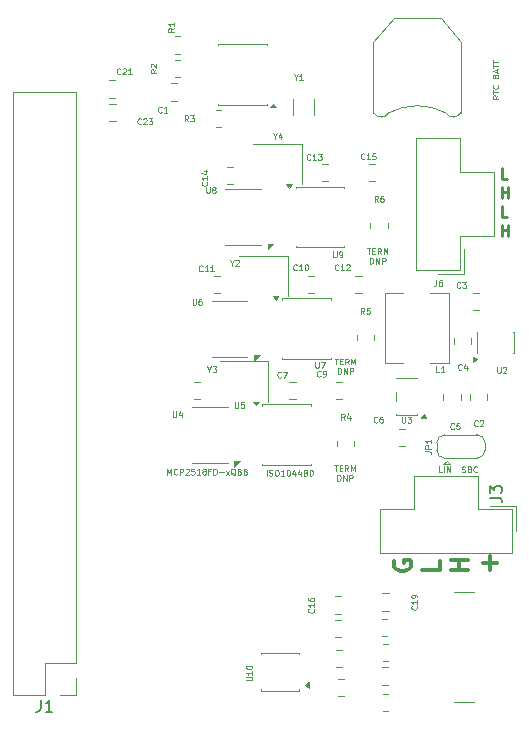
<source format=gbr>
%TF.GenerationSoftware,KiCad,Pcbnew,9.0.6-unknown-1000.20251110git96868b2.fc41*%
%TF.CreationDate,2025-12-16T17:43:44-08:00*%
%TF.ProjectId,Telemetry-Logging-Board,54656c65-6d65-4747-9279-2d4c6f676769,rev?*%
%TF.SameCoordinates,Original*%
%TF.FileFunction,Legend,Top*%
%TF.FilePolarity,Positive*%
%FSLAX46Y46*%
G04 Gerber Fmt 4.6, Leading zero omitted, Abs format (unit mm)*
G04 Created by KiCad (PCBNEW 9.0.6-unknown-1000.20251110git96868b2.fc41) date 2025-12-16 17:43:44*
%MOMM*%
%LPD*%
G01*
G04 APERTURE LIST*
%ADD10C,0.300000*%
%ADD11C,0.100000*%
%ADD12C,0.250000*%
%ADD13C,0.150000*%
%ADD14C,0.120000*%
G04 APERTURE END LIST*
D10*
X154627509Y-74409774D02*
X154556080Y-74552632D01*
X154556080Y-74552632D02*
X154556080Y-74766917D01*
X154556080Y-74766917D02*
X154627509Y-74981203D01*
X154627509Y-74981203D02*
X154770366Y-75124060D01*
X154770366Y-75124060D02*
X154913223Y-75195489D01*
X154913223Y-75195489D02*
X155198937Y-75266917D01*
X155198937Y-75266917D02*
X155413223Y-75266917D01*
X155413223Y-75266917D02*
X155698937Y-75195489D01*
X155698937Y-75195489D02*
X155841794Y-75124060D01*
X155841794Y-75124060D02*
X155984652Y-74981203D01*
X155984652Y-74981203D02*
X156056080Y-74766917D01*
X156056080Y-74766917D02*
X156056080Y-74624060D01*
X156056080Y-74624060D02*
X155984652Y-74409774D01*
X155984652Y-74409774D02*
X155913223Y-74338346D01*
X155913223Y-74338346D02*
X155413223Y-74338346D01*
X155413223Y-74338346D02*
X155413223Y-74624060D01*
X158470996Y-74481203D02*
X158470996Y-75195489D01*
X158470996Y-75195489D02*
X156970996Y-75195489D01*
X160885912Y-75195489D02*
X159385912Y-75195489D01*
X160100198Y-75195489D02*
X160100198Y-74338346D01*
X160885912Y-74338346D02*
X159385912Y-74338346D01*
X162729400Y-75195489D02*
X162729400Y-74052632D01*
X163300828Y-74624060D02*
X162157971Y-74624060D01*
D11*
X158672931Y-66933609D02*
X158434836Y-66933609D01*
X158434836Y-66933609D02*
X158434836Y-66433609D01*
X158839598Y-66933609D02*
X158839598Y-66433609D01*
X159077693Y-66933609D02*
X159077693Y-66433609D01*
X159077693Y-66433609D02*
X159363407Y-66933609D01*
X159363407Y-66933609D02*
X159363407Y-66433609D01*
X160339598Y-66909800D02*
X160411026Y-66933609D01*
X160411026Y-66933609D02*
X160530074Y-66933609D01*
X160530074Y-66933609D02*
X160577693Y-66909800D01*
X160577693Y-66909800D02*
X160601502Y-66885990D01*
X160601502Y-66885990D02*
X160625312Y-66838371D01*
X160625312Y-66838371D02*
X160625312Y-66790752D01*
X160625312Y-66790752D02*
X160601502Y-66743133D01*
X160601502Y-66743133D02*
X160577693Y-66719323D01*
X160577693Y-66719323D02*
X160530074Y-66695514D01*
X160530074Y-66695514D02*
X160434836Y-66671704D01*
X160434836Y-66671704D02*
X160387217Y-66647895D01*
X160387217Y-66647895D02*
X160363407Y-66624085D01*
X160363407Y-66624085D02*
X160339598Y-66576466D01*
X160339598Y-66576466D02*
X160339598Y-66528847D01*
X160339598Y-66528847D02*
X160363407Y-66481228D01*
X160363407Y-66481228D02*
X160387217Y-66457419D01*
X160387217Y-66457419D02*
X160434836Y-66433609D01*
X160434836Y-66433609D02*
X160553883Y-66433609D01*
X160553883Y-66433609D02*
X160625312Y-66457419D01*
X161006264Y-66671704D02*
X161077692Y-66695514D01*
X161077692Y-66695514D02*
X161101502Y-66719323D01*
X161101502Y-66719323D02*
X161125311Y-66766942D01*
X161125311Y-66766942D02*
X161125311Y-66838371D01*
X161125311Y-66838371D02*
X161101502Y-66885990D01*
X161101502Y-66885990D02*
X161077692Y-66909800D01*
X161077692Y-66909800D02*
X161030073Y-66933609D01*
X161030073Y-66933609D02*
X160839597Y-66933609D01*
X160839597Y-66933609D02*
X160839597Y-66433609D01*
X160839597Y-66433609D02*
X161006264Y-66433609D01*
X161006264Y-66433609D02*
X161053883Y-66457419D01*
X161053883Y-66457419D02*
X161077692Y-66481228D01*
X161077692Y-66481228D02*
X161101502Y-66528847D01*
X161101502Y-66528847D02*
X161101502Y-66576466D01*
X161101502Y-66576466D02*
X161077692Y-66624085D01*
X161077692Y-66624085D02*
X161053883Y-66647895D01*
X161053883Y-66647895D02*
X161006264Y-66671704D01*
X161006264Y-66671704D02*
X160839597Y-66671704D01*
X161625311Y-66885990D02*
X161601502Y-66909800D01*
X161601502Y-66909800D02*
X161530073Y-66933609D01*
X161530073Y-66933609D02*
X161482454Y-66933609D01*
X161482454Y-66933609D02*
X161411026Y-66909800D01*
X161411026Y-66909800D02*
X161363407Y-66862180D01*
X161363407Y-66862180D02*
X161339597Y-66814561D01*
X161339597Y-66814561D02*
X161315788Y-66719323D01*
X161315788Y-66719323D02*
X161315788Y-66647895D01*
X161315788Y-66647895D02*
X161339597Y-66552657D01*
X161339597Y-66552657D02*
X161363407Y-66505038D01*
X161363407Y-66505038D02*
X161411026Y-66457419D01*
X161411026Y-66457419D02*
X161482454Y-66433609D01*
X161482454Y-66433609D02*
X161530073Y-66433609D01*
X161530073Y-66433609D02*
X161601502Y-66457419D01*
X161601502Y-66457419D02*
X161625311Y-66481228D01*
X152296192Y-47969887D02*
X152581906Y-47969887D01*
X152439049Y-48469887D02*
X152439049Y-47969887D01*
X152748572Y-48207982D02*
X152915239Y-48207982D01*
X152986667Y-48469887D02*
X152748572Y-48469887D01*
X152748572Y-48469887D02*
X152748572Y-47969887D01*
X152748572Y-47969887D02*
X152986667Y-47969887D01*
X153486667Y-48469887D02*
X153320001Y-48231792D01*
X153200953Y-48469887D02*
X153200953Y-47969887D01*
X153200953Y-47969887D02*
X153391429Y-47969887D01*
X153391429Y-47969887D02*
X153439048Y-47993697D01*
X153439048Y-47993697D02*
X153462858Y-48017506D01*
X153462858Y-48017506D02*
X153486667Y-48065125D01*
X153486667Y-48065125D02*
X153486667Y-48136554D01*
X153486667Y-48136554D02*
X153462858Y-48184173D01*
X153462858Y-48184173D02*
X153439048Y-48207982D01*
X153439048Y-48207982D02*
X153391429Y-48231792D01*
X153391429Y-48231792D02*
X153200953Y-48231792D01*
X153700953Y-48469887D02*
X153700953Y-47969887D01*
X153700953Y-47969887D02*
X153867620Y-48327030D01*
X153867620Y-48327030D02*
X154034286Y-47969887D01*
X154034286Y-47969887D02*
X154034286Y-48469887D01*
X152558096Y-49274859D02*
X152558096Y-48774859D01*
X152558096Y-48774859D02*
X152677144Y-48774859D01*
X152677144Y-48774859D02*
X152748572Y-48798669D01*
X152748572Y-48798669D02*
X152796191Y-48846288D01*
X152796191Y-48846288D02*
X152820001Y-48893907D01*
X152820001Y-48893907D02*
X152843810Y-48989145D01*
X152843810Y-48989145D02*
X152843810Y-49060573D01*
X152843810Y-49060573D02*
X152820001Y-49155811D01*
X152820001Y-49155811D02*
X152796191Y-49203430D01*
X152796191Y-49203430D02*
X152748572Y-49251050D01*
X152748572Y-49251050D02*
X152677144Y-49274859D01*
X152677144Y-49274859D02*
X152558096Y-49274859D01*
X153058096Y-49274859D02*
X153058096Y-48774859D01*
X153058096Y-48774859D02*
X153343810Y-49274859D01*
X153343810Y-49274859D02*
X153343810Y-48774859D01*
X153581906Y-49274859D02*
X153581906Y-48774859D01*
X153581906Y-48774859D02*
X153772382Y-48774859D01*
X153772382Y-48774859D02*
X153820001Y-48798669D01*
X153820001Y-48798669D02*
X153843811Y-48822478D01*
X153843811Y-48822478D02*
X153867620Y-48870097D01*
X153867620Y-48870097D02*
X153867620Y-48941526D01*
X153867620Y-48941526D02*
X153843811Y-48989145D01*
X153843811Y-48989145D02*
X153820001Y-49012954D01*
X153820001Y-49012954D02*
X153772382Y-49036764D01*
X153772382Y-49036764D02*
X153581906Y-49036764D01*
X149525238Y-66349887D02*
X149810952Y-66349887D01*
X149668095Y-66849887D02*
X149668095Y-66349887D01*
X149977618Y-66587982D02*
X150144285Y-66587982D01*
X150215713Y-66849887D02*
X149977618Y-66849887D01*
X149977618Y-66849887D02*
X149977618Y-66349887D01*
X149977618Y-66349887D02*
X150215713Y-66349887D01*
X150715713Y-66849887D02*
X150549047Y-66611792D01*
X150429999Y-66849887D02*
X150429999Y-66349887D01*
X150429999Y-66349887D02*
X150620475Y-66349887D01*
X150620475Y-66349887D02*
X150668094Y-66373697D01*
X150668094Y-66373697D02*
X150691904Y-66397506D01*
X150691904Y-66397506D02*
X150715713Y-66445125D01*
X150715713Y-66445125D02*
X150715713Y-66516554D01*
X150715713Y-66516554D02*
X150691904Y-66564173D01*
X150691904Y-66564173D02*
X150668094Y-66587982D01*
X150668094Y-66587982D02*
X150620475Y-66611792D01*
X150620475Y-66611792D02*
X150429999Y-66611792D01*
X150929999Y-66849887D02*
X150929999Y-66349887D01*
X150929999Y-66349887D02*
X151096666Y-66707030D01*
X151096666Y-66707030D02*
X151263332Y-66349887D01*
X151263332Y-66349887D02*
X151263332Y-66849887D01*
X149787142Y-67654859D02*
X149787142Y-67154859D01*
X149787142Y-67154859D02*
X149906190Y-67154859D01*
X149906190Y-67154859D02*
X149977618Y-67178669D01*
X149977618Y-67178669D02*
X150025237Y-67226288D01*
X150025237Y-67226288D02*
X150049047Y-67273907D01*
X150049047Y-67273907D02*
X150072856Y-67369145D01*
X150072856Y-67369145D02*
X150072856Y-67440573D01*
X150072856Y-67440573D02*
X150049047Y-67535811D01*
X150049047Y-67535811D02*
X150025237Y-67583430D01*
X150025237Y-67583430D02*
X149977618Y-67631050D01*
X149977618Y-67631050D02*
X149906190Y-67654859D01*
X149906190Y-67654859D02*
X149787142Y-67654859D01*
X150287142Y-67654859D02*
X150287142Y-67154859D01*
X150287142Y-67154859D02*
X150572856Y-67654859D01*
X150572856Y-67654859D02*
X150572856Y-67154859D01*
X150810952Y-67654859D02*
X150810952Y-67154859D01*
X150810952Y-67154859D02*
X151001428Y-67154859D01*
X151001428Y-67154859D02*
X151049047Y-67178669D01*
X151049047Y-67178669D02*
X151072857Y-67202478D01*
X151072857Y-67202478D02*
X151096666Y-67250097D01*
X151096666Y-67250097D02*
X151096666Y-67321526D01*
X151096666Y-67321526D02*
X151072857Y-67369145D01*
X151072857Y-67369145D02*
X151049047Y-67392954D01*
X151049047Y-67392954D02*
X151001428Y-67416764D01*
X151001428Y-67416764D02*
X150810952Y-67416764D01*
X149563692Y-57309887D02*
X149849406Y-57309887D01*
X149706549Y-57809887D02*
X149706549Y-57309887D01*
X150016072Y-57547982D02*
X150182739Y-57547982D01*
X150254167Y-57809887D02*
X150016072Y-57809887D01*
X150016072Y-57809887D02*
X150016072Y-57309887D01*
X150016072Y-57309887D02*
X150254167Y-57309887D01*
X150754167Y-57809887D02*
X150587501Y-57571792D01*
X150468453Y-57809887D02*
X150468453Y-57309887D01*
X150468453Y-57309887D02*
X150658929Y-57309887D01*
X150658929Y-57309887D02*
X150706548Y-57333697D01*
X150706548Y-57333697D02*
X150730358Y-57357506D01*
X150730358Y-57357506D02*
X150754167Y-57405125D01*
X150754167Y-57405125D02*
X150754167Y-57476554D01*
X150754167Y-57476554D02*
X150730358Y-57524173D01*
X150730358Y-57524173D02*
X150706548Y-57547982D01*
X150706548Y-57547982D02*
X150658929Y-57571792D01*
X150658929Y-57571792D02*
X150468453Y-57571792D01*
X150968453Y-57809887D02*
X150968453Y-57309887D01*
X150968453Y-57309887D02*
X151135120Y-57667030D01*
X151135120Y-57667030D02*
X151301786Y-57309887D01*
X151301786Y-57309887D02*
X151301786Y-57809887D01*
X149825596Y-58614859D02*
X149825596Y-58114859D01*
X149825596Y-58114859D02*
X149944644Y-58114859D01*
X149944644Y-58114859D02*
X150016072Y-58138669D01*
X150016072Y-58138669D02*
X150063691Y-58186288D01*
X150063691Y-58186288D02*
X150087501Y-58233907D01*
X150087501Y-58233907D02*
X150111310Y-58329145D01*
X150111310Y-58329145D02*
X150111310Y-58400573D01*
X150111310Y-58400573D02*
X150087501Y-58495811D01*
X150087501Y-58495811D02*
X150063691Y-58543430D01*
X150063691Y-58543430D02*
X150016072Y-58591050D01*
X150016072Y-58591050D02*
X149944644Y-58614859D01*
X149944644Y-58614859D02*
X149825596Y-58614859D01*
X150325596Y-58614859D02*
X150325596Y-58114859D01*
X150325596Y-58114859D02*
X150611310Y-58614859D01*
X150611310Y-58614859D02*
X150611310Y-58114859D01*
X150849406Y-58614859D02*
X150849406Y-58114859D01*
X150849406Y-58114859D02*
X151039882Y-58114859D01*
X151039882Y-58114859D02*
X151087501Y-58138669D01*
X151087501Y-58138669D02*
X151111311Y-58162478D01*
X151111311Y-58162478D02*
X151135120Y-58210097D01*
X151135120Y-58210097D02*
X151135120Y-58281526D01*
X151135120Y-58281526D02*
X151111311Y-58329145D01*
X151111311Y-58329145D02*
X151087501Y-58352954D01*
X151087501Y-58352954D02*
X151039882Y-58376764D01*
X151039882Y-58376764D02*
X150849406Y-58376764D01*
D12*
X164178758Y-42134787D02*
X163702568Y-42134787D01*
X163702568Y-42134787D02*
X163702568Y-41134787D01*
X163702568Y-43744731D02*
X163702568Y-42744731D01*
X163702568Y-43220921D02*
X164273996Y-43220921D01*
X164273996Y-43744731D02*
X164273996Y-42744731D01*
X164178758Y-45354675D02*
X163702568Y-45354675D01*
X163702568Y-45354675D02*
X163702568Y-44354675D01*
X163702568Y-46964619D02*
X163702568Y-45964619D01*
X163702568Y-46440809D02*
X164273996Y-46440809D01*
X164273996Y-46964619D02*
X164273996Y-45964619D01*
D11*
X163433609Y-35029449D02*
X163195514Y-35196115D01*
X163433609Y-35315163D02*
X162933609Y-35315163D01*
X162933609Y-35315163D02*
X162933609Y-35124687D01*
X162933609Y-35124687D02*
X162957419Y-35077068D01*
X162957419Y-35077068D02*
X162981228Y-35053258D01*
X162981228Y-35053258D02*
X163028847Y-35029449D01*
X163028847Y-35029449D02*
X163100276Y-35029449D01*
X163100276Y-35029449D02*
X163147895Y-35053258D01*
X163147895Y-35053258D02*
X163171704Y-35077068D01*
X163171704Y-35077068D02*
X163195514Y-35124687D01*
X163195514Y-35124687D02*
X163195514Y-35315163D01*
X162933609Y-34886591D02*
X162933609Y-34600877D01*
X163433609Y-34743734D02*
X162933609Y-34743734D01*
X163385990Y-34148497D02*
X163409800Y-34172306D01*
X163409800Y-34172306D02*
X163433609Y-34243735D01*
X163433609Y-34243735D02*
X163433609Y-34291354D01*
X163433609Y-34291354D02*
X163409800Y-34362782D01*
X163409800Y-34362782D02*
X163362180Y-34410401D01*
X163362180Y-34410401D02*
X163314561Y-34434211D01*
X163314561Y-34434211D02*
X163219323Y-34458020D01*
X163219323Y-34458020D02*
X163147895Y-34458020D01*
X163147895Y-34458020D02*
X163052657Y-34434211D01*
X163052657Y-34434211D02*
X163005038Y-34410401D01*
X163005038Y-34410401D02*
X162957419Y-34362782D01*
X162957419Y-34362782D02*
X162933609Y-34291354D01*
X162933609Y-34291354D02*
X162933609Y-34243735D01*
X162933609Y-34243735D02*
X162957419Y-34172306D01*
X162957419Y-34172306D02*
X162981228Y-34148497D01*
X163171704Y-33386592D02*
X163195514Y-33315164D01*
X163195514Y-33315164D02*
X163219323Y-33291354D01*
X163219323Y-33291354D02*
X163266942Y-33267545D01*
X163266942Y-33267545D02*
X163338371Y-33267545D01*
X163338371Y-33267545D02*
X163385990Y-33291354D01*
X163385990Y-33291354D02*
X163409800Y-33315164D01*
X163409800Y-33315164D02*
X163433609Y-33362783D01*
X163433609Y-33362783D02*
X163433609Y-33553259D01*
X163433609Y-33553259D02*
X162933609Y-33553259D01*
X162933609Y-33553259D02*
X162933609Y-33386592D01*
X162933609Y-33386592D02*
X162957419Y-33338973D01*
X162957419Y-33338973D02*
X162981228Y-33315164D01*
X162981228Y-33315164D02*
X163028847Y-33291354D01*
X163028847Y-33291354D02*
X163076466Y-33291354D01*
X163076466Y-33291354D02*
X163124085Y-33315164D01*
X163124085Y-33315164D02*
X163147895Y-33338973D01*
X163147895Y-33338973D02*
X163171704Y-33386592D01*
X163171704Y-33386592D02*
X163171704Y-33553259D01*
X163290752Y-33077068D02*
X163290752Y-32838973D01*
X163433609Y-33124687D02*
X162933609Y-32958021D01*
X162933609Y-32958021D02*
X163433609Y-32791354D01*
X162933609Y-32696116D02*
X162933609Y-32410402D01*
X163433609Y-32553259D02*
X162933609Y-32553259D01*
X162933609Y-32315164D02*
X162933609Y-32029450D01*
X163433609Y-32172307D02*
X162933609Y-32172307D01*
X156503490Y-78251428D02*
X156527300Y-78275237D01*
X156527300Y-78275237D02*
X156551109Y-78346666D01*
X156551109Y-78346666D02*
X156551109Y-78394285D01*
X156551109Y-78394285D02*
X156527300Y-78465713D01*
X156527300Y-78465713D02*
X156479680Y-78513332D01*
X156479680Y-78513332D02*
X156432061Y-78537142D01*
X156432061Y-78537142D02*
X156336823Y-78560951D01*
X156336823Y-78560951D02*
X156265395Y-78560951D01*
X156265395Y-78560951D02*
X156170157Y-78537142D01*
X156170157Y-78537142D02*
X156122538Y-78513332D01*
X156122538Y-78513332D02*
X156074919Y-78465713D01*
X156074919Y-78465713D02*
X156051109Y-78394285D01*
X156051109Y-78394285D02*
X156051109Y-78346666D01*
X156051109Y-78346666D02*
X156074919Y-78275237D01*
X156074919Y-78275237D02*
X156098728Y-78251428D01*
X156551109Y-77775237D02*
X156551109Y-78060951D01*
X156551109Y-77918094D02*
X156051109Y-77918094D01*
X156051109Y-77918094D02*
X156122538Y-77965713D01*
X156122538Y-77965713D02*
X156170157Y-78013332D01*
X156170157Y-78013332D02*
X156193966Y-78060951D01*
X156551109Y-77537142D02*
X156551109Y-77441904D01*
X156551109Y-77441904D02*
X156527300Y-77394285D01*
X156527300Y-77394285D02*
X156503490Y-77370476D01*
X156503490Y-77370476D02*
X156432061Y-77322857D01*
X156432061Y-77322857D02*
X156336823Y-77299047D01*
X156336823Y-77299047D02*
X156146347Y-77299047D01*
X156146347Y-77299047D02*
X156098728Y-77322857D01*
X156098728Y-77322857D02*
X156074919Y-77346666D01*
X156074919Y-77346666D02*
X156051109Y-77394285D01*
X156051109Y-77394285D02*
X156051109Y-77489523D01*
X156051109Y-77489523D02*
X156074919Y-77537142D01*
X156074919Y-77537142D02*
X156098728Y-77560952D01*
X156098728Y-77560952D02*
X156146347Y-77584761D01*
X156146347Y-77584761D02*
X156265395Y-77584761D01*
X156265395Y-77584761D02*
X156313014Y-77560952D01*
X156313014Y-77560952D02*
X156336823Y-77537142D01*
X156336823Y-77537142D02*
X156360633Y-77489523D01*
X156360633Y-77489523D02*
X156360633Y-77394285D01*
X156360633Y-77394285D02*
X156336823Y-77346666D01*
X156336823Y-77346666D02*
X156313014Y-77322857D01*
X156313014Y-77322857D02*
X156265395Y-77299047D01*
X152079166Y-53507359D02*
X151912500Y-53269264D01*
X151793452Y-53507359D02*
X151793452Y-53007359D01*
X151793452Y-53007359D02*
X151983928Y-53007359D01*
X151983928Y-53007359D02*
X152031547Y-53031169D01*
X152031547Y-53031169D02*
X152055357Y-53054978D01*
X152055357Y-53054978D02*
X152079166Y-53102597D01*
X152079166Y-53102597D02*
X152079166Y-53174026D01*
X152079166Y-53174026D02*
X152055357Y-53221645D01*
X152055357Y-53221645D02*
X152031547Y-53245454D01*
X152031547Y-53245454D02*
X151983928Y-53269264D01*
X151983928Y-53269264D02*
X151793452Y-53269264D01*
X152531547Y-53007359D02*
X152293452Y-53007359D01*
X152293452Y-53007359D02*
X152269643Y-53245454D01*
X152269643Y-53245454D02*
X152293452Y-53221645D01*
X152293452Y-53221645D02*
X152341071Y-53197835D01*
X152341071Y-53197835D02*
X152460119Y-53197835D01*
X152460119Y-53197835D02*
X152507738Y-53221645D01*
X152507738Y-53221645D02*
X152531547Y-53245454D01*
X152531547Y-53245454D02*
X152555357Y-53293073D01*
X152555357Y-53293073D02*
X152555357Y-53412121D01*
X152555357Y-53412121D02*
X152531547Y-53459740D01*
X152531547Y-53459740D02*
X152507738Y-53483550D01*
X152507738Y-53483550D02*
X152460119Y-53507359D01*
X152460119Y-53507359D02*
X152341071Y-53507359D01*
X152341071Y-53507359D02*
X152293452Y-53483550D01*
X152293452Y-53483550D02*
X152269643Y-53459740D01*
X140854405Y-49209264D02*
X140854405Y-49447359D01*
X140687739Y-48947359D02*
X140854405Y-49209264D01*
X140854405Y-49209264D02*
X141021072Y-48947359D01*
X141163929Y-48994978D02*
X141187738Y-48971169D01*
X141187738Y-48971169D02*
X141235357Y-48947359D01*
X141235357Y-48947359D02*
X141354405Y-48947359D01*
X141354405Y-48947359D02*
X141402024Y-48971169D01*
X141402024Y-48971169D02*
X141425833Y-48994978D01*
X141425833Y-48994978D02*
X141449643Y-49042597D01*
X141449643Y-49042597D02*
X141449643Y-49090216D01*
X141449643Y-49090216D02*
X141425833Y-49161645D01*
X141425833Y-49161645D02*
X141140119Y-49447359D01*
X141140119Y-49447359D02*
X141449643Y-49447359D01*
D13*
X124671666Y-86209819D02*
X124671666Y-86924104D01*
X124671666Y-86924104D02*
X124624047Y-87066961D01*
X124624047Y-87066961D02*
X124528809Y-87162200D01*
X124528809Y-87162200D02*
X124385952Y-87209819D01*
X124385952Y-87209819D02*
X124290714Y-87209819D01*
X125671666Y-87209819D02*
X125100238Y-87209819D01*
X125385952Y-87209819D02*
X125385952Y-86209819D01*
X125385952Y-86209819D02*
X125290714Y-86352676D01*
X125290714Y-86352676D02*
X125195476Y-86447914D01*
X125195476Y-86447914D02*
X125100238Y-86495533D01*
D11*
X159666666Y-63228490D02*
X159642857Y-63252300D01*
X159642857Y-63252300D02*
X159571428Y-63276109D01*
X159571428Y-63276109D02*
X159523809Y-63276109D01*
X159523809Y-63276109D02*
X159452381Y-63252300D01*
X159452381Y-63252300D02*
X159404762Y-63204680D01*
X159404762Y-63204680D02*
X159380952Y-63157061D01*
X159380952Y-63157061D02*
X159357143Y-63061823D01*
X159357143Y-63061823D02*
X159357143Y-62990395D01*
X159357143Y-62990395D02*
X159380952Y-62895157D01*
X159380952Y-62895157D02*
X159404762Y-62847538D01*
X159404762Y-62847538D02*
X159452381Y-62799919D01*
X159452381Y-62799919D02*
X159523809Y-62776109D01*
X159523809Y-62776109D02*
X159571428Y-62776109D01*
X159571428Y-62776109D02*
X159642857Y-62799919D01*
X159642857Y-62799919D02*
X159666666Y-62823728D01*
X160119047Y-62776109D02*
X159880952Y-62776109D01*
X159880952Y-62776109D02*
X159857143Y-63014204D01*
X159857143Y-63014204D02*
X159880952Y-62990395D01*
X159880952Y-62990395D02*
X159928571Y-62966585D01*
X159928571Y-62966585D02*
X160047619Y-62966585D01*
X160047619Y-62966585D02*
X160095238Y-62990395D01*
X160095238Y-62990395D02*
X160119047Y-63014204D01*
X160119047Y-63014204D02*
X160142857Y-63061823D01*
X160142857Y-63061823D02*
X160142857Y-63180871D01*
X160142857Y-63180871D02*
X160119047Y-63228490D01*
X160119047Y-63228490D02*
X160095238Y-63252300D01*
X160095238Y-63252300D02*
X160047619Y-63276109D01*
X160047619Y-63276109D02*
X159928571Y-63276109D01*
X159928571Y-63276109D02*
X159880952Y-63252300D01*
X159880952Y-63252300D02*
X159857143Y-63228490D01*
X158158333Y-50646109D02*
X158158333Y-51003252D01*
X158158333Y-51003252D02*
X158134524Y-51074680D01*
X158134524Y-51074680D02*
X158086905Y-51122300D01*
X158086905Y-51122300D02*
X158015476Y-51146109D01*
X158015476Y-51146109D02*
X157967857Y-51146109D01*
X158610714Y-50646109D02*
X158515476Y-50646109D01*
X158515476Y-50646109D02*
X158467857Y-50669919D01*
X158467857Y-50669919D02*
X158444047Y-50693728D01*
X158444047Y-50693728D02*
X158396428Y-50765157D01*
X158396428Y-50765157D02*
X158372619Y-50860395D01*
X158372619Y-50860395D02*
X158372619Y-51050871D01*
X158372619Y-51050871D02*
X158396428Y-51098490D01*
X158396428Y-51098490D02*
X158420238Y-51122300D01*
X158420238Y-51122300D02*
X158467857Y-51146109D01*
X158467857Y-51146109D02*
X158563095Y-51146109D01*
X158563095Y-51146109D02*
X158610714Y-51122300D01*
X158610714Y-51122300D02*
X158634523Y-51098490D01*
X158634523Y-51098490D02*
X158658333Y-51050871D01*
X158658333Y-51050871D02*
X158658333Y-50931823D01*
X158658333Y-50931823D02*
X158634523Y-50884204D01*
X158634523Y-50884204D02*
X158610714Y-50860395D01*
X158610714Y-50860395D02*
X158563095Y-50836585D01*
X158563095Y-50836585D02*
X158467857Y-50836585D01*
X158467857Y-50836585D02*
X158420238Y-50860395D01*
X158420238Y-50860395D02*
X158396428Y-50884204D01*
X158396428Y-50884204D02*
X158372619Y-50931823D01*
X158416666Y-58476109D02*
X158178571Y-58476109D01*
X158178571Y-58476109D02*
X158178571Y-57976109D01*
X158845238Y-58476109D02*
X158559524Y-58476109D01*
X158702381Y-58476109D02*
X158702381Y-57976109D01*
X158702381Y-57976109D02*
X158654762Y-58047538D01*
X158654762Y-58047538D02*
X158607143Y-58095157D01*
X158607143Y-58095157D02*
X158559524Y-58118966D01*
X137166666Y-37226109D02*
X137000000Y-36988014D01*
X136880952Y-37226109D02*
X136880952Y-36726109D01*
X136880952Y-36726109D02*
X137071428Y-36726109D01*
X137071428Y-36726109D02*
X137119047Y-36749919D01*
X137119047Y-36749919D02*
X137142857Y-36773728D01*
X137142857Y-36773728D02*
X137166666Y-36821347D01*
X137166666Y-36821347D02*
X137166666Y-36892776D01*
X137166666Y-36892776D02*
X137142857Y-36940395D01*
X137142857Y-36940395D02*
X137119047Y-36964204D01*
X137119047Y-36964204D02*
X137071428Y-36988014D01*
X137071428Y-36988014D02*
X136880952Y-36988014D01*
X137333333Y-36726109D02*
X137642857Y-36726109D01*
X137642857Y-36726109D02*
X137476190Y-36916585D01*
X137476190Y-36916585D02*
X137547619Y-36916585D01*
X137547619Y-36916585D02*
X137595238Y-36940395D01*
X137595238Y-36940395D02*
X137619047Y-36964204D01*
X137619047Y-36964204D02*
X137642857Y-37011823D01*
X137642857Y-37011823D02*
X137642857Y-37130871D01*
X137642857Y-37130871D02*
X137619047Y-37178490D01*
X137619047Y-37178490D02*
X137595238Y-37202300D01*
X137595238Y-37202300D02*
X137547619Y-37226109D01*
X137547619Y-37226109D02*
X137404762Y-37226109D01*
X137404762Y-37226109D02*
X137357143Y-37202300D01*
X137357143Y-37202300D02*
X137333333Y-37178490D01*
D13*
X162704819Y-69083333D02*
X163419104Y-69083333D01*
X163419104Y-69083333D02*
X163561961Y-69130952D01*
X163561961Y-69130952D02*
X163657200Y-69226190D01*
X163657200Y-69226190D02*
X163704819Y-69369047D01*
X163704819Y-69369047D02*
X163704819Y-69464285D01*
X162704819Y-68702380D02*
X162704819Y-68083333D01*
X162704819Y-68083333D02*
X163085771Y-68416666D01*
X163085771Y-68416666D02*
X163085771Y-68273809D01*
X163085771Y-68273809D02*
X163133390Y-68178571D01*
X163133390Y-68178571D02*
X163181009Y-68130952D01*
X163181009Y-68130952D02*
X163276247Y-68083333D01*
X163276247Y-68083333D02*
X163514342Y-68083333D01*
X163514342Y-68083333D02*
X163609580Y-68130952D01*
X163609580Y-68130952D02*
X163657200Y-68178571D01*
X163657200Y-68178571D02*
X163704819Y-68273809D01*
X163704819Y-68273809D02*
X163704819Y-68559523D01*
X163704819Y-68559523D02*
X163657200Y-68654761D01*
X163657200Y-68654761D02*
X163609580Y-68702380D01*
D11*
X149878571Y-49778490D02*
X149854762Y-49802300D01*
X149854762Y-49802300D02*
X149783333Y-49826109D01*
X149783333Y-49826109D02*
X149735714Y-49826109D01*
X149735714Y-49826109D02*
X149664286Y-49802300D01*
X149664286Y-49802300D02*
X149616667Y-49754680D01*
X149616667Y-49754680D02*
X149592857Y-49707061D01*
X149592857Y-49707061D02*
X149569048Y-49611823D01*
X149569048Y-49611823D02*
X149569048Y-49540395D01*
X149569048Y-49540395D02*
X149592857Y-49445157D01*
X149592857Y-49445157D02*
X149616667Y-49397538D01*
X149616667Y-49397538D02*
X149664286Y-49349919D01*
X149664286Y-49349919D02*
X149735714Y-49326109D01*
X149735714Y-49326109D02*
X149783333Y-49326109D01*
X149783333Y-49326109D02*
X149854762Y-49349919D01*
X149854762Y-49349919D02*
X149878571Y-49373728D01*
X150354762Y-49826109D02*
X150069048Y-49826109D01*
X150211905Y-49826109D02*
X150211905Y-49326109D01*
X150211905Y-49326109D02*
X150164286Y-49397538D01*
X150164286Y-49397538D02*
X150116667Y-49445157D01*
X150116667Y-49445157D02*
X150069048Y-49468966D01*
X150545238Y-49373728D02*
X150569047Y-49349919D01*
X150569047Y-49349919D02*
X150616666Y-49326109D01*
X150616666Y-49326109D02*
X150735714Y-49326109D01*
X150735714Y-49326109D02*
X150783333Y-49349919D01*
X150783333Y-49349919D02*
X150807142Y-49373728D01*
X150807142Y-49373728D02*
X150830952Y-49421347D01*
X150830952Y-49421347D02*
X150830952Y-49468966D01*
X150830952Y-49468966D02*
X150807142Y-49540395D01*
X150807142Y-49540395D02*
X150521428Y-49826109D01*
X150521428Y-49826109D02*
X150830952Y-49826109D01*
X147775490Y-78513341D02*
X147799300Y-78537150D01*
X147799300Y-78537150D02*
X147823109Y-78608579D01*
X147823109Y-78608579D02*
X147823109Y-78656198D01*
X147823109Y-78656198D02*
X147799300Y-78727626D01*
X147799300Y-78727626D02*
X147751680Y-78775245D01*
X147751680Y-78775245D02*
X147704061Y-78799055D01*
X147704061Y-78799055D02*
X147608823Y-78822864D01*
X147608823Y-78822864D02*
X147537395Y-78822864D01*
X147537395Y-78822864D02*
X147442157Y-78799055D01*
X147442157Y-78799055D02*
X147394538Y-78775245D01*
X147394538Y-78775245D02*
X147346919Y-78727626D01*
X147346919Y-78727626D02*
X147323109Y-78656198D01*
X147323109Y-78656198D02*
X147323109Y-78608579D01*
X147323109Y-78608579D02*
X147346919Y-78537150D01*
X147346919Y-78537150D02*
X147370728Y-78513341D01*
X147823109Y-78037150D02*
X147823109Y-78322864D01*
X147823109Y-78180007D02*
X147323109Y-78180007D01*
X147323109Y-78180007D02*
X147394538Y-78227626D01*
X147394538Y-78227626D02*
X147442157Y-78275245D01*
X147442157Y-78275245D02*
X147465966Y-78322864D01*
X147323109Y-77608579D02*
X147323109Y-77703817D01*
X147323109Y-77703817D02*
X147346919Y-77751436D01*
X147346919Y-77751436D02*
X147370728Y-77775246D01*
X147370728Y-77775246D02*
X147442157Y-77822865D01*
X147442157Y-77822865D02*
X147537395Y-77846674D01*
X147537395Y-77846674D02*
X147727871Y-77846674D01*
X147727871Y-77846674D02*
X147775490Y-77822865D01*
X147775490Y-77822865D02*
X147799300Y-77799055D01*
X147799300Y-77799055D02*
X147823109Y-77751436D01*
X147823109Y-77751436D02*
X147823109Y-77656198D01*
X147823109Y-77656198D02*
X147799300Y-77608579D01*
X147799300Y-77608579D02*
X147775490Y-77584770D01*
X147775490Y-77584770D02*
X147727871Y-77560960D01*
X147727871Y-77560960D02*
X147608823Y-77560960D01*
X147608823Y-77560960D02*
X147561204Y-77584770D01*
X147561204Y-77584770D02*
X147537395Y-77608579D01*
X147537395Y-77608579D02*
X147513585Y-77656198D01*
X147513585Y-77656198D02*
X147513585Y-77751436D01*
X147513585Y-77751436D02*
X147537395Y-77799055D01*
X147537395Y-77799055D02*
X147561204Y-77822865D01*
X147561204Y-77822865D02*
X147608823Y-77846674D01*
X135976109Y-29333333D02*
X135738014Y-29499999D01*
X135976109Y-29619047D02*
X135476109Y-29619047D01*
X135476109Y-29619047D02*
X135476109Y-29428571D01*
X135476109Y-29428571D02*
X135499919Y-29380952D01*
X135499919Y-29380952D02*
X135523728Y-29357142D01*
X135523728Y-29357142D02*
X135571347Y-29333333D01*
X135571347Y-29333333D02*
X135642776Y-29333333D01*
X135642776Y-29333333D02*
X135690395Y-29357142D01*
X135690395Y-29357142D02*
X135714204Y-29380952D01*
X135714204Y-29380952D02*
X135738014Y-29428571D01*
X135738014Y-29428571D02*
X135738014Y-29619047D01*
X135976109Y-28857142D02*
X135976109Y-29142856D01*
X135976109Y-28999999D02*
X135476109Y-28999999D01*
X135476109Y-28999999D02*
X135547538Y-29047618D01*
X135547538Y-29047618D02*
X135595157Y-29095237D01*
X135595157Y-29095237D02*
X135618966Y-29142856D01*
X141119047Y-60976109D02*
X141119047Y-61380871D01*
X141119047Y-61380871D02*
X141142857Y-61428490D01*
X141142857Y-61428490D02*
X141166666Y-61452300D01*
X141166666Y-61452300D02*
X141214285Y-61476109D01*
X141214285Y-61476109D02*
X141309523Y-61476109D01*
X141309523Y-61476109D02*
X141357142Y-61452300D01*
X141357142Y-61452300D02*
X141380952Y-61428490D01*
X141380952Y-61428490D02*
X141404761Y-61380871D01*
X141404761Y-61380871D02*
X141404761Y-60976109D01*
X141880952Y-60976109D02*
X141642857Y-60976109D01*
X141642857Y-60976109D02*
X141619048Y-61214204D01*
X141619048Y-61214204D02*
X141642857Y-61190395D01*
X141642857Y-61190395D02*
X141690476Y-61166585D01*
X141690476Y-61166585D02*
X141809524Y-61166585D01*
X141809524Y-61166585D02*
X141857143Y-61190395D01*
X141857143Y-61190395D02*
X141880952Y-61214204D01*
X141880952Y-61214204D02*
X141904762Y-61261823D01*
X141904762Y-61261823D02*
X141904762Y-61380871D01*
X141904762Y-61380871D02*
X141880952Y-61428490D01*
X141880952Y-61428490D02*
X141857143Y-61452300D01*
X141857143Y-61452300D02*
X141809524Y-61476109D01*
X141809524Y-61476109D02*
X141690476Y-61476109D01*
X141690476Y-61476109D02*
X141642857Y-61452300D01*
X141642857Y-61452300D02*
X141619048Y-61428490D01*
X143797620Y-67226109D02*
X143797620Y-66726109D01*
X144011906Y-67202300D02*
X144083334Y-67226109D01*
X144083334Y-67226109D02*
X144202382Y-67226109D01*
X144202382Y-67226109D02*
X144250001Y-67202300D01*
X144250001Y-67202300D02*
X144273810Y-67178490D01*
X144273810Y-67178490D02*
X144297620Y-67130871D01*
X144297620Y-67130871D02*
X144297620Y-67083252D01*
X144297620Y-67083252D02*
X144273810Y-67035633D01*
X144273810Y-67035633D02*
X144250001Y-67011823D01*
X144250001Y-67011823D02*
X144202382Y-66988014D01*
X144202382Y-66988014D02*
X144107144Y-66964204D01*
X144107144Y-66964204D02*
X144059525Y-66940395D01*
X144059525Y-66940395D02*
X144035715Y-66916585D01*
X144035715Y-66916585D02*
X144011906Y-66868966D01*
X144011906Y-66868966D02*
X144011906Y-66821347D01*
X144011906Y-66821347D02*
X144035715Y-66773728D01*
X144035715Y-66773728D02*
X144059525Y-66749919D01*
X144059525Y-66749919D02*
X144107144Y-66726109D01*
X144107144Y-66726109D02*
X144226191Y-66726109D01*
X144226191Y-66726109D02*
X144297620Y-66749919D01*
X144607143Y-66726109D02*
X144702381Y-66726109D01*
X144702381Y-66726109D02*
X144750000Y-66749919D01*
X144750000Y-66749919D02*
X144797619Y-66797538D01*
X144797619Y-66797538D02*
X144821429Y-66892776D01*
X144821429Y-66892776D02*
X144821429Y-67059442D01*
X144821429Y-67059442D02*
X144797619Y-67154680D01*
X144797619Y-67154680D02*
X144750000Y-67202300D01*
X144750000Y-67202300D02*
X144702381Y-67226109D01*
X144702381Y-67226109D02*
X144607143Y-67226109D01*
X144607143Y-67226109D02*
X144559524Y-67202300D01*
X144559524Y-67202300D02*
X144511905Y-67154680D01*
X144511905Y-67154680D02*
X144488096Y-67059442D01*
X144488096Y-67059442D02*
X144488096Y-66892776D01*
X144488096Y-66892776D02*
X144511905Y-66797538D01*
X144511905Y-66797538D02*
X144559524Y-66749919D01*
X144559524Y-66749919D02*
X144607143Y-66726109D01*
X145297620Y-67226109D02*
X145011906Y-67226109D01*
X145154763Y-67226109D02*
X145154763Y-66726109D01*
X145154763Y-66726109D02*
X145107144Y-66797538D01*
X145107144Y-66797538D02*
X145059525Y-66845157D01*
X145059525Y-66845157D02*
X145011906Y-66868966D01*
X145607143Y-66726109D02*
X145654762Y-66726109D01*
X145654762Y-66726109D02*
X145702381Y-66749919D01*
X145702381Y-66749919D02*
X145726191Y-66773728D01*
X145726191Y-66773728D02*
X145750000Y-66821347D01*
X145750000Y-66821347D02*
X145773810Y-66916585D01*
X145773810Y-66916585D02*
X145773810Y-67035633D01*
X145773810Y-67035633D02*
X145750000Y-67130871D01*
X145750000Y-67130871D02*
X145726191Y-67178490D01*
X145726191Y-67178490D02*
X145702381Y-67202300D01*
X145702381Y-67202300D02*
X145654762Y-67226109D01*
X145654762Y-67226109D02*
X145607143Y-67226109D01*
X145607143Y-67226109D02*
X145559524Y-67202300D01*
X145559524Y-67202300D02*
X145535715Y-67178490D01*
X145535715Y-67178490D02*
X145511905Y-67130871D01*
X145511905Y-67130871D02*
X145488096Y-67035633D01*
X145488096Y-67035633D02*
X145488096Y-66916585D01*
X145488096Y-66916585D02*
X145511905Y-66821347D01*
X145511905Y-66821347D02*
X145535715Y-66773728D01*
X145535715Y-66773728D02*
X145559524Y-66749919D01*
X145559524Y-66749919D02*
X145607143Y-66726109D01*
X146202381Y-66892776D02*
X146202381Y-67226109D01*
X146083333Y-66702300D02*
X145964286Y-67059442D01*
X145964286Y-67059442D02*
X146273809Y-67059442D01*
X146678571Y-66892776D02*
X146678571Y-67226109D01*
X146559523Y-66702300D02*
X146440476Y-67059442D01*
X146440476Y-67059442D02*
X146749999Y-67059442D01*
X147107142Y-66964204D02*
X147178570Y-66988014D01*
X147178570Y-66988014D02*
X147202380Y-67011823D01*
X147202380Y-67011823D02*
X147226189Y-67059442D01*
X147226189Y-67059442D02*
X147226189Y-67130871D01*
X147226189Y-67130871D02*
X147202380Y-67178490D01*
X147202380Y-67178490D02*
X147178570Y-67202300D01*
X147178570Y-67202300D02*
X147130951Y-67226109D01*
X147130951Y-67226109D02*
X146940475Y-67226109D01*
X146940475Y-67226109D02*
X146940475Y-66726109D01*
X146940475Y-66726109D02*
X147107142Y-66726109D01*
X147107142Y-66726109D02*
X147154761Y-66749919D01*
X147154761Y-66749919D02*
X147178570Y-66773728D01*
X147178570Y-66773728D02*
X147202380Y-66821347D01*
X147202380Y-66821347D02*
X147202380Y-66868966D01*
X147202380Y-66868966D02*
X147178570Y-66916585D01*
X147178570Y-66916585D02*
X147154761Y-66940395D01*
X147154761Y-66940395D02*
X147107142Y-66964204D01*
X147107142Y-66964204D02*
X146940475Y-66964204D01*
X147440475Y-67226109D02*
X147440475Y-66726109D01*
X147440475Y-66726109D02*
X147559523Y-66726109D01*
X147559523Y-66726109D02*
X147630951Y-66749919D01*
X147630951Y-66749919D02*
X147678570Y-66797538D01*
X147678570Y-66797538D02*
X147702380Y-66845157D01*
X147702380Y-66845157D02*
X147726189Y-66940395D01*
X147726189Y-66940395D02*
X147726189Y-67011823D01*
X147726189Y-67011823D02*
X147702380Y-67107061D01*
X147702380Y-67107061D02*
X147678570Y-67154680D01*
X147678570Y-67154680D02*
X147630951Y-67202300D01*
X147630951Y-67202300D02*
X147559523Y-67226109D01*
X147559523Y-67226109D02*
X147440475Y-67226109D01*
X138378571Y-49878490D02*
X138354762Y-49902300D01*
X138354762Y-49902300D02*
X138283333Y-49926109D01*
X138283333Y-49926109D02*
X138235714Y-49926109D01*
X138235714Y-49926109D02*
X138164286Y-49902300D01*
X138164286Y-49902300D02*
X138116667Y-49854680D01*
X138116667Y-49854680D02*
X138092857Y-49807061D01*
X138092857Y-49807061D02*
X138069048Y-49711823D01*
X138069048Y-49711823D02*
X138069048Y-49640395D01*
X138069048Y-49640395D02*
X138092857Y-49545157D01*
X138092857Y-49545157D02*
X138116667Y-49497538D01*
X138116667Y-49497538D02*
X138164286Y-49449919D01*
X138164286Y-49449919D02*
X138235714Y-49426109D01*
X138235714Y-49426109D02*
X138283333Y-49426109D01*
X138283333Y-49426109D02*
X138354762Y-49449919D01*
X138354762Y-49449919D02*
X138378571Y-49473728D01*
X138854762Y-49926109D02*
X138569048Y-49926109D01*
X138711905Y-49926109D02*
X138711905Y-49426109D01*
X138711905Y-49426109D02*
X138664286Y-49497538D01*
X138664286Y-49497538D02*
X138616667Y-49545157D01*
X138616667Y-49545157D02*
X138569048Y-49568966D01*
X139330952Y-49926109D02*
X139045238Y-49926109D01*
X139188095Y-49926109D02*
X139188095Y-49426109D01*
X139188095Y-49426109D02*
X139140476Y-49497538D01*
X139140476Y-49497538D02*
X139092857Y-49545157D01*
X139092857Y-49545157D02*
X139045238Y-49568966D01*
X153236666Y-44036109D02*
X153070000Y-43798014D01*
X152950952Y-44036109D02*
X152950952Y-43536109D01*
X152950952Y-43536109D02*
X153141428Y-43536109D01*
X153141428Y-43536109D02*
X153189047Y-43559919D01*
X153189047Y-43559919D02*
X153212857Y-43583728D01*
X153212857Y-43583728D02*
X153236666Y-43631347D01*
X153236666Y-43631347D02*
X153236666Y-43702776D01*
X153236666Y-43702776D02*
X153212857Y-43750395D01*
X153212857Y-43750395D02*
X153189047Y-43774204D01*
X153189047Y-43774204D02*
X153141428Y-43798014D01*
X153141428Y-43798014D02*
X152950952Y-43798014D01*
X153665238Y-43536109D02*
X153570000Y-43536109D01*
X153570000Y-43536109D02*
X153522381Y-43559919D01*
X153522381Y-43559919D02*
X153498571Y-43583728D01*
X153498571Y-43583728D02*
X153450952Y-43655157D01*
X153450952Y-43655157D02*
X153427143Y-43750395D01*
X153427143Y-43750395D02*
X153427143Y-43940871D01*
X153427143Y-43940871D02*
X153450952Y-43988490D01*
X153450952Y-43988490D02*
X153474762Y-44012300D01*
X153474762Y-44012300D02*
X153522381Y-44036109D01*
X153522381Y-44036109D02*
X153617619Y-44036109D01*
X153617619Y-44036109D02*
X153665238Y-44012300D01*
X153665238Y-44012300D02*
X153689047Y-43988490D01*
X153689047Y-43988490D02*
X153712857Y-43940871D01*
X153712857Y-43940871D02*
X153712857Y-43821823D01*
X153712857Y-43821823D02*
X153689047Y-43774204D01*
X153689047Y-43774204D02*
X153665238Y-43750395D01*
X153665238Y-43750395D02*
X153617619Y-43726585D01*
X153617619Y-43726585D02*
X153522381Y-43726585D01*
X153522381Y-43726585D02*
X153474762Y-43750395D01*
X153474762Y-43750395D02*
X153450952Y-43774204D01*
X153450952Y-43774204D02*
X153427143Y-43821823D01*
X142073109Y-84560960D02*
X142477871Y-84560960D01*
X142477871Y-84560960D02*
X142525490Y-84537150D01*
X142525490Y-84537150D02*
X142549300Y-84513341D01*
X142549300Y-84513341D02*
X142573109Y-84465722D01*
X142573109Y-84465722D02*
X142573109Y-84370484D01*
X142573109Y-84370484D02*
X142549300Y-84322865D01*
X142549300Y-84322865D02*
X142525490Y-84299055D01*
X142525490Y-84299055D02*
X142477871Y-84275246D01*
X142477871Y-84275246D02*
X142073109Y-84275246D01*
X142573109Y-83775245D02*
X142573109Y-84060959D01*
X142573109Y-83918102D02*
X142073109Y-83918102D01*
X142073109Y-83918102D02*
X142144538Y-83965721D01*
X142144538Y-83965721D02*
X142192157Y-84013340D01*
X142192157Y-84013340D02*
X142215966Y-84060959D01*
X142073109Y-83465722D02*
X142073109Y-83418103D01*
X142073109Y-83418103D02*
X142096919Y-83370484D01*
X142096919Y-83370484D02*
X142120728Y-83346674D01*
X142120728Y-83346674D02*
X142168347Y-83322865D01*
X142168347Y-83322865D02*
X142263585Y-83299055D01*
X142263585Y-83299055D02*
X142382633Y-83299055D01*
X142382633Y-83299055D02*
X142477871Y-83322865D01*
X142477871Y-83322865D02*
X142525490Y-83346674D01*
X142525490Y-83346674D02*
X142549300Y-83370484D01*
X142549300Y-83370484D02*
X142573109Y-83418103D01*
X142573109Y-83418103D02*
X142573109Y-83465722D01*
X142573109Y-83465722D02*
X142549300Y-83513341D01*
X142549300Y-83513341D02*
X142525490Y-83537150D01*
X142525490Y-83537150D02*
X142477871Y-83560960D01*
X142477871Y-83560960D02*
X142382633Y-83584769D01*
X142382633Y-83584769D02*
X142263585Y-83584769D01*
X142263585Y-83584769D02*
X142168347Y-83560960D01*
X142168347Y-83560960D02*
X142120728Y-83537150D01*
X142120728Y-83537150D02*
X142096919Y-83513341D01*
X142096919Y-83513341D02*
X142073109Y-83465722D01*
X138961905Y-58238014D02*
X138961905Y-58476109D01*
X138795239Y-57976109D02*
X138961905Y-58238014D01*
X138961905Y-58238014D02*
X139128572Y-57976109D01*
X139247619Y-57976109D02*
X139557143Y-57976109D01*
X139557143Y-57976109D02*
X139390476Y-58166585D01*
X139390476Y-58166585D02*
X139461905Y-58166585D01*
X139461905Y-58166585D02*
X139509524Y-58190395D01*
X139509524Y-58190395D02*
X139533333Y-58214204D01*
X139533333Y-58214204D02*
X139557143Y-58261823D01*
X139557143Y-58261823D02*
X139557143Y-58380871D01*
X139557143Y-58380871D02*
X139533333Y-58428490D01*
X139533333Y-58428490D02*
X139509524Y-58452300D01*
X139509524Y-58452300D02*
X139461905Y-58476109D01*
X139461905Y-58476109D02*
X139319048Y-58476109D01*
X139319048Y-58476109D02*
X139271429Y-58452300D01*
X139271429Y-58452300D02*
X139247619Y-58428490D01*
X149439047Y-48221109D02*
X149439047Y-48625871D01*
X149439047Y-48625871D02*
X149462857Y-48673490D01*
X149462857Y-48673490D02*
X149486666Y-48697300D01*
X149486666Y-48697300D02*
X149534285Y-48721109D01*
X149534285Y-48721109D02*
X149629523Y-48721109D01*
X149629523Y-48721109D02*
X149677142Y-48697300D01*
X149677142Y-48697300D02*
X149700952Y-48673490D01*
X149700952Y-48673490D02*
X149724761Y-48625871D01*
X149724761Y-48625871D02*
X149724761Y-48221109D01*
X149986667Y-48721109D02*
X150081905Y-48721109D01*
X150081905Y-48721109D02*
X150129524Y-48697300D01*
X150129524Y-48697300D02*
X150153333Y-48673490D01*
X150153333Y-48673490D02*
X150200952Y-48602061D01*
X150200952Y-48602061D02*
X150224762Y-48506823D01*
X150224762Y-48506823D02*
X150224762Y-48316347D01*
X150224762Y-48316347D02*
X150200952Y-48268728D01*
X150200952Y-48268728D02*
X150177143Y-48244919D01*
X150177143Y-48244919D02*
X150129524Y-48221109D01*
X150129524Y-48221109D02*
X150034286Y-48221109D01*
X150034286Y-48221109D02*
X149986667Y-48244919D01*
X149986667Y-48244919D02*
X149962857Y-48268728D01*
X149962857Y-48268728D02*
X149939048Y-48316347D01*
X149939048Y-48316347D02*
X149939048Y-48435395D01*
X149939048Y-48435395D02*
X149962857Y-48483014D01*
X149962857Y-48483014D02*
X149986667Y-48506823D01*
X149986667Y-48506823D02*
X150034286Y-48530633D01*
X150034286Y-48530633D02*
X150129524Y-48530633D01*
X150129524Y-48530633D02*
X150177143Y-48506823D01*
X150177143Y-48506823D02*
X150200952Y-48483014D01*
X150200952Y-48483014D02*
X150224762Y-48435395D01*
X138748490Y-42351428D02*
X138772300Y-42375237D01*
X138772300Y-42375237D02*
X138796109Y-42446666D01*
X138796109Y-42446666D02*
X138796109Y-42494285D01*
X138796109Y-42494285D02*
X138772300Y-42565713D01*
X138772300Y-42565713D02*
X138724680Y-42613332D01*
X138724680Y-42613332D02*
X138677061Y-42637142D01*
X138677061Y-42637142D02*
X138581823Y-42660951D01*
X138581823Y-42660951D02*
X138510395Y-42660951D01*
X138510395Y-42660951D02*
X138415157Y-42637142D01*
X138415157Y-42637142D02*
X138367538Y-42613332D01*
X138367538Y-42613332D02*
X138319919Y-42565713D01*
X138319919Y-42565713D02*
X138296109Y-42494285D01*
X138296109Y-42494285D02*
X138296109Y-42446666D01*
X138296109Y-42446666D02*
X138319919Y-42375237D01*
X138319919Y-42375237D02*
X138343728Y-42351428D01*
X138796109Y-41875237D02*
X138796109Y-42160951D01*
X138796109Y-42018094D02*
X138296109Y-42018094D01*
X138296109Y-42018094D02*
X138367538Y-42065713D01*
X138367538Y-42065713D02*
X138415157Y-42113332D01*
X138415157Y-42113332D02*
X138438966Y-42160951D01*
X138462776Y-41446666D02*
X138796109Y-41446666D01*
X138272300Y-41565714D02*
X138629442Y-41684761D01*
X138629442Y-41684761D02*
X138629442Y-41375238D01*
X144511905Y-38488014D02*
X144511905Y-38726109D01*
X144345239Y-38226109D02*
X144511905Y-38488014D01*
X144511905Y-38488014D02*
X144678572Y-38226109D01*
X145059524Y-38392776D02*
X145059524Y-38726109D01*
X144940476Y-38202300D02*
X144821429Y-38559442D01*
X144821429Y-38559442D02*
X145130952Y-38559442D01*
X150416666Y-62476109D02*
X150250000Y-62238014D01*
X150130952Y-62476109D02*
X150130952Y-61976109D01*
X150130952Y-61976109D02*
X150321428Y-61976109D01*
X150321428Y-61976109D02*
X150369047Y-61999919D01*
X150369047Y-61999919D02*
X150392857Y-62023728D01*
X150392857Y-62023728D02*
X150416666Y-62071347D01*
X150416666Y-62071347D02*
X150416666Y-62142776D01*
X150416666Y-62142776D02*
X150392857Y-62190395D01*
X150392857Y-62190395D02*
X150369047Y-62214204D01*
X150369047Y-62214204D02*
X150321428Y-62238014D01*
X150321428Y-62238014D02*
X150130952Y-62238014D01*
X150845238Y-62142776D02*
X150845238Y-62476109D01*
X150726190Y-61952300D02*
X150607143Y-62309442D01*
X150607143Y-62309442D02*
X150916666Y-62309442D01*
X133178571Y-37428490D02*
X133154762Y-37452300D01*
X133154762Y-37452300D02*
X133083333Y-37476109D01*
X133083333Y-37476109D02*
X133035714Y-37476109D01*
X133035714Y-37476109D02*
X132964286Y-37452300D01*
X132964286Y-37452300D02*
X132916667Y-37404680D01*
X132916667Y-37404680D02*
X132892857Y-37357061D01*
X132892857Y-37357061D02*
X132869048Y-37261823D01*
X132869048Y-37261823D02*
X132869048Y-37190395D01*
X132869048Y-37190395D02*
X132892857Y-37095157D01*
X132892857Y-37095157D02*
X132916667Y-37047538D01*
X132916667Y-37047538D02*
X132964286Y-36999919D01*
X132964286Y-36999919D02*
X133035714Y-36976109D01*
X133035714Y-36976109D02*
X133083333Y-36976109D01*
X133083333Y-36976109D02*
X133154762Y-36999919D01*
X133154762Y-36999919D02*
X133178571Y-37023728D01*
X133369048Y-37023728D02*
X133392857Y-36999919D01*
X133392857Y-36999919D02*
X133440476Y-36976109D01*
X133440476Y-36976109D02*
X133559524Y-36976109D01*
X133559524Y-36976109D02*
X133607143Y-36999919D01*
X133607143Y-36999919D02*
X133630952Y-37023728D01*
X133630952Y-37023728D02*
X133654762Y-37071347D01*
X133654762Y-37071347D02*
X133654762Y-37118966D01*
X133654762Y-37118966D02*
X133630952Y-37190395D01*
X133630952Y-37190395D02*
X133345238Y-37476109D01*
X133345238Y-37476109D02*
X133654762Y-37476109D01*
X133821428Y-36976109D02*
X134130952Y-36976109D01*
X134130952Y-36976109D02*
X133964285Y-37166585D01*
X133964285Y-37166585D02*
X134035714Y-37166585D01*
X134035714Y-37166585D02*
X134083333Y-37190395D01*
X134083333Y-37190395D02*
X134107142Y-37214204D01*
X134107142Y-37214204D02*
X134130952Y-37261823D01*
X134130952Y-37261823D02*
X134130952Y-37380871D01*
X134130952Y-37380871D02*
X134107142Y-37428490D01*
X134107142Y-37428490D02*
X134083333Y-37452300D01*
X134083333Y-37452300D02*
X134035714Y-37476109D01*
X134035714Y-37476109D02*
X133892857Y-37476109D01*
X133892857Y-37476109D02*
X133845238Y-37452300D01*
X133845238Y-37452300D02*
X133821428Y-37428490D01*
X134476109Y-32833333D02*
X134238014Y-32999999D01*
X134476109Y-33119047D02*
X133976109Y-33119047D01*
X133976109Y-33119047D02*
X133976109Y-32928571D01*
X133976109Y-32928571D02*
X133999919Y-32880952D01*
X133999919Y-32880952D02*
X134023728Y-32857142D01*
X134023728Y-32857142D02*
X134071347Y-32833333D01*
X134071347Y-32833333D02*
X134142776Y-32833333D01*
X134142776Y-32833333D02*
X134190395Y-32857142D01*
X134190395Y-32857142D02*
X134214204Y-32880952D01*
X134214204Y-32880952D02*
X134238014Y-32928571D01*
X134238014Y-32928571D02*
X134238014Y-33119047D01*
X134023728Y-32642856D02*
X133999919Y-32619047D01*
X133999919Y-32619047D02*
X133976109Y-32571428D01*
X133976109Y-32571428D02*
X133976109Y-32452380D01*
X133976109Y-32452380D02*
X133999919Y-32404761D01*
X133999919Y-32404761D02*
X134023728Y-32380952D01*
X134023728Y-32380952D02*
X134071347Y-32357142D01*
X134071347Y-32357142D02*
X134118966Y-32357142D01*
X134118966Y-32357142D02*
X134190395Y-32380952D01*
X134190395Y-32380952D02*
X134476109Y-32666666D01*
X134476109Y-32666666D02*
X134476109Y-32357142D01*
X146353571Y-49778490D02*
X146329762Y-49802300D01*
X146329762Y-49802300D02*
X146258333Y-49826109D01*
X146258333Y-49826109D02*
X146210714Y-49826109D01*
X146210714Y-49826109D02*
X146139286Y-49802300D01*
X146139286Y-49802300D02*
X146091667Y-49754680D01*
X146091667Y-49754680D02*
X146067857Y-49707061D01*
X146067857Y-49707061D02*
X146044048Y-49611823D01*
X146044048Y-49611823D02*
X146044048Y-49540395D01*
X146044048Y-49540395D02*
X146067857Y-49445157D01*
X146067857Y-49445157D02*
X146091667Y-49397538D01*
X146091667Y-49397538D02*
X146139286Y-49349919D01*
X146139286Y-49349919D02*
X146210714Y-49326109D01*
X146210714Y-49326109D02*
X146258333Y-49326109D01*
X146258333Y-49326109D02*
X146329762Y-49349919D01*
X146329762Y-49349919D02*
X146353571Y-49373728D01*
X146829762Y-49826109D02*
X146544048Y-49826109D01*
X146686905Y-49826109D02*
X146686905Y-49326109D01*
X146686905Y-49326109D02*
X146639286Y-49397538D01*
X146639286Y-49397538D02*
X146591667Y-49445157D01*
X146591667Y-49445157D02*
X146544048Y-49468966D01*
X147139285Y-49326109D02*
X147186904Y-49326109D01*
X147186904Y-49326109D02*
X147234523Y-49349919D01*
X147234523Y-49349919D02*
X147258333Y-49373728D01*
X147258333Y-49373728D02*
X147282142Y-49421347D01*
X147282142Y-49421347D02*
X147305952Y-49516585D01*
X147305952Y-49516585D02*
X147305952Y-49635633D01*
X147305952Y-49635633D02*
X147282142Y-49730871D01*
X147282142Y-49730871D02*
X147258333Y-49778490D01*
X147258333Y-49778490D02*
X147234523Y-49802300D01*
X147234523Y-49802300D02*
X147186904Y-49826109D01*
X147186904Y-49826109D02*
X147139285Y-49826109D01*
X147139285Y-49826109D02*
X147091666Y-49802300D01*
X147091666Y-49802300D02*
X147067857Y-49778490D01*
X147067857Y-49778490D02*
X147044047Y-49730871D01*
X147044047Y-49730871D02*
X147020238Y-49635633D01*
X147020238Y-49635633D02*
X147020238Y-49516585D01*
X147020238Y-49516585D02*
X147044047Y-49421347D01*
X147044047Y-49421347D02*
X147067857Y-49373728D01*
X147067857Y-49373728D02*
X147091666Y-49349919D01*
X147091666Y-49349919D02*
X147139285Y-49326109D01*
X134916666Y-36428490D02*
X134892857Y-36452300D01*
X134892857Y-36452300D02*
X134821428Y-36476109D01*
X134821428Y-36476109D02*
X134773809Y-36476109D01*
X134773809Y-36476109D02*
X134702381Y-36452300D01*
X134702381Y-36452300D02*
X134654762Y-36404680D01*
X134654762Y-36404680D02*
X134630952Y-36357061D01*
X134630952Y-36357061D02*
X134607143Y-36261823D01*
X134607143Y-36261823D02*
X134607143Y-36190395D01*
X134607143Y-36190395D02*
X134630952Y-36095157D01*
X134630952Y-36095157D02*
X134654762Y-36047538D01*
X134654762Y-36047538D02*
X134702381Y-35999919D01*
X134702381Y-35999919D02*
X134773809Y-35976109D01*
X134773809Y-35976109D02*
X134821428Y-35976109D01*
X134821428Y-35976109D02*
X134892857Y-35999919D01*
X134892857Y-35999919D02*
X134916666Y-36023728D01*
X135392857Y-36476109D02*
X135107143Y-36476109D01*
X135250000Y-36476109D02*
X135250000Y-35976109D01*
X135250000Y-35976109D02*
X135202381Y-36047538D01*
X135202381Y-36047538D02*
X135154762Y-36095157D01*
X135154762Y-36095157D02*
X135107143Y-36118966D01*
X160216666Y-51278490D02*
X160192857Y-51302300D01*
X160192857Y-51302300D02*
X160121428Y-51326109D01*
X160121428Y-51326109D02*
X160073809Y-51326109D01*
X160073809Y-51326109D02*
X160002381Y-51302300D01*
X160002381Y-51302300D02*
X159954762Y-51254680D01*
X159954762Y-51254680D02*
X159930952Y-51207061D01*
X159930952Y-51207061D02*
X159907143Y-51111823D01*
X159907143Y-51111823D02*
X159907143Y-51040395D01*
X159907143Y-51040395D02*
X159930952Y-50945157D01*
X159930952Y-50945157D02*
X159954762Y-50897538D01*
X159954762Y-50897538D02*
X160002381Y-50849919D01*
X160002381Y-50849919D02*
X160073809Y-50826109D01*
X160073809Y-50826109D02*
X160121428Y-50826109D01*
X160121428Y-50826109D02*
X160192857Y-50849919D01*
X160192857Y-50849919D02*
X160216666Y-50873728D01*
X160383333Y-50826109D02*
X160692857Y-50826109D01*
X160692857Y-50826109D02*
X160526190Y-51016585D01*
X160526190Y-51016585D02*
X160597619Y-51016585D01*
X160597619Y-51016585D02*
X160645238Y-51040395D01*
X160645238Y-51040395D02*
X160669047Y-51064204D01*
X160669047Y-51064204D02*
X160692857Y-51111823D01*
X160692857Y-51111823D02*
X160692857Y-51230871D01*
X160692857Y-51230871D02*
X160669047Y-51278490D01*
X160669047Y-51278490D02*
X160645238Y-51302300D01*
X160645238Y-51302300D02*
X160597619Y-51326109D01*
X160597619Y-51326109D02*
X160454762Y-51326109D01*
X160454762Y-51326109D02*
X160407143Y-51302300D01*
X160407143Y-51302300D02*
X160383333Y-51278490D01*
X135869047Y-61742359D02*
X135869047Y-62147121D01*
X135869047Y-62147121D02*
X135892857Y-62194740D01*
X135892857Y-62194740D02*
X135916666Y-62218550D01*
X135916666Y-62218550D02*
X135964285Y-62242359D01*
X135964285Y-62242359D02*
X136059523Y-62242359D01*
X136059523Y-62242359D02*
X136107142Y-62218550D01*
X136107142Y-62218550D02*
X136130952Y-62194740D01*
X136130952Y-62194740D02*
X136154761Y-62147121D01*
X136154761Y-62147121D02*
X136154761Y-61742359D01*
X136607143Y-61909026D02*
X136607143Y-62242359D01*
X136488095Y-61718550D02*
X136369048Y-62075692D01*
X136369048Y-62075692D02*
X136678571Y-62075692D01*
X135392857Y-67126109D02*
X135392857Y-66626109D01*
X135392857Y-66626109D02*
X135559524Y-66983252D01*
X135559524Y-66983252D02*
X135726190Y-66626109D01*
X135726190Y-66626109D02*
X135726190Y-67126109D01*
X136250000Y-67078490D02*
X136226191Y-67102300D01*
X136226191Y-67102300D02*
X136154762Y-67126109D01*
X136154762Y-67126109D02*
X136107143Y-67126109D01*
X136107143Y-67126109D02*
X136035715Y-67102300D01*
X136035715Y-67102300D02*
X135988096Y-67054680D01*
X135988096Y-67054680D02*
X135964286Y-67007061D01*
X135964286Y-67007061D02*
X135940477Y-66911823D01*
X135940477Y-66911823D02*
X135940477Y-66840395D01*
X135940477Y-66840395D02*
X135964286Y-66745157D01*
X135964286Y-66745157D02*
X135988096Y-66697538D01*
X135988096Y-66697538D02*
X136035715Y-66649919D01*
X136035715Y-66649919D02*
X136107143Y-66626109D01*
X136107143Y-66626109D02*
X136154762Y-66626109D01*
X136154762Y-66626109D02*
X136226191Y-66649919D01*
X136226191Y-66649919D02*
X136250000Y-66673728D01*
X136464286Y-67126109D02*
X136464286Y-66626109D01*
X136464286Y-66626109D02*
X136654762Y-66626109D01*
X136654762Y-66626109D02*
X136702381Y-66649919D01*
X136702381Y-66649919D02*
X136726191Y-66673728D01*
X136726191Y-66673728D02*
X136750000Y-66721347D01*
X136750000Y-66721347D02*
X136750000Y-66792776D01*
X136750000Y-66792776D02*
X136726191Y-66840395D01*
X136726191Y-66840395D02*
X136702381Y-66864204D01*
X136702381Y-66864204D02*
X136654762Y-66888014D01*
X136654762Y-66888014D02*
X136464286Y-66888014D01*
X136940477Y-66673728D02*
X136964286Y-66649919D01*
X136964286Y-66649919D02*
X137011905Y-66626109D01*
X137011905Y-66626109D02*
X137130953Y-66626109D01*
X137130953Y-66626109D02*
X137178572Y-66649919D01*
X137178572Y-66649919D02*
X137202381Y-66673728D01*
X137202381Y-66673728D02*
X137226191Y-66721347D01*
X137226191Y-66721347D02*
X137226191Y-66768966D01*
X137226191Y-66768966D02*
X137202381Y-66840395D01*
X137202381Y-66840395D02*
X136916667Y-67126109D01*
X136916667Y-67126109D02*
X137226191Y-67126109D01*
X137678571Y-66626109D02*
X137440476Y-66626109D01*
X137440476Y-66626109D02*
X137416667Y-66864204D01*
X137416667Y-66864204D02*
X137440476Y-66840395D01*
X137440476Y-66840395D02*
X137488095Y-66816585D01*
X137488095Y-66816585D02*
X137607143Y-66816585D01*
X137607143Y-66816585D02*
X137654762Y-66840395D01*
X137654762Y-66840395D02*
X137678571Y-66864204D01*
X137678571Y-66864204D02*
X137702381Y-66911823D01*
X137702381Y-66911823D02*
X137702381Y-67030871D01*
X137702381Y-67030871D02*
X137678571Y-67078490D01*
X137678571Y-67078490D02*
X137654762Y-67102300D01*
X137654762Y-67102300D02*
X137607143Y-67126109D01*
X137607143Y-67126109D02*
X137488095Y-67126109D01*
X137488095Y-67126109D02*
X137440476Y-67102300D01*
X137440476Y-67102300D02*
X137416667Y-67078490D01*
X138178571Y-67126109D02*
X137892857Y-67126109D01*
X138035714Y-67126109D02*
X138035714Y-66626109D01*
X138035714Y-66626109D02*
X137988095Y-66697538D01*
X137988095Y-66697538D02*
X137940476Y-66745157D01*
X137940476Y-66745157D02*
X137892857Y-66768966D01*
X138464285Y-66840395D02*
X138416666Y-66816585D01*
X138416666Y-66816585D02*
X138392856Y-66792776D01*
X138392856Y-66792776D02*
X138369047Y-66745157D01*
X138369047Y-66745157D02*
X138369047Y-66721347D01*
X138369047Y-66721347D02*
X138392856Y-66673728D01*
X138392856Y-66673728D02*
X138416666Y-66649919D01*
X138416666Y-66649919D02*
X138464285Y-66626109D01*
X138464285Y-66626109D02*
X138559523Y-66626109D01*
X138559523Y-66626109D02*
X138607142Y-66649919D01*
X138607142Y-66649919D02*
X138630951Y-66673728D01*
X138630951Y-66673728D02*
X138654761Y-66721347D01*
X138654761Y-66721347D02*
X138654761Y-66745157D01*
X138654761Y-66745157D02*
X138630951Y-66792776D01*
X138630951Y-66792776D02*
X138607142Y-66816585D01*
X138607142Y-66816585D02*
X138559523Y-66840395D01*
X138559523Y-66840395D02*
X138464285Y-66840395D01*
X138464285Y-66840395D02*
X138416666Y-66864204D01*
X138416666Y-66864204D02*
X138392856Y-66888014D01*
X138392856Y-66888014D02*
X138369047Y-66935633D01*
X138369047Y-66935633D02*
X138369047Y-67030871D01*
X138369047Y-67030871D02*
X138392856Y-67078490D01*
X138392856Y-67078490D02*
X138416666Y-67102300D01*
X138416666Y-67102300D02*
X138464285Y-67126109D01*
X138464285Y-67126109D02*
X138559523Y-67126109D01*
X138559523Y-67126109D02*
X138607142Y-67102300D01*
X138607142Y-67102300D02*
X138630951Y-67078490D01*
X138630951Y-67078490D02*
X138654761Y-67030871D01*
X138654761Y-67030871D02*
X138654761Y-66935633D01*
X138654761Y-66935633D02*
X138630951Y-66888014D01*
X138630951Y-66888014D02*
X138607142Y-66864204D01*
X138607142Y-66864204D02*
X138559523Y-66840395D01*
X139035713Y-66864204D02*
X138869046Y-66864204D01*
X138869046Y-67126109D02*
X138869046Y-66626109D01*
X138869046Y-66626109D02*
X139107141Y-66626109D01*
X139297617Y-67126109D02*
X139297617Y-66626109D01*
X139297617Y-66626109D02*
X139416665Y-66626109D01*
X139416665Y-66626109D02*
X139488093Y-66649919D01*
X139488093Y-66649919D02*
X139535712Y-66697538D01*
X139535712Y-66697538D02*
X139559522Y-66745157D01*
X139559522Y-66745157D02*
X139583331Y-66840395D01*
X139583331Y-66840395D02*
X139583331Y-66911823D01*
X139583331Y-66911823D02*
X139559522Y-67007061D01*
X139559522Y-67007061D02*
X139535712Y-67054680D01*
X139535712Y-67054680D02*
X139488093Y-67102300D01*
X139488093Y-67102300D02*
X139416665Y-67126109D01*
X139416665Y-67126109D02*
X139297617Y-67126109D01*
X139797617Y-66935633D02*
X140178570Y-66935633D01*
X140369046Y-67126109D02*
X140630951Y-66792776D01*
X140369046Y-66792776D02*
X140630951Y-67126109D01*
X141154760Y-67173728D02*
X141107141Y-67149919D01*
X141107141Y-67149919D02*
X141059522Y-67102300D01*
X141059522Y-67102300D02*
X140988094Y-67030871D01*
X140988094Y-67030871D02*
X140940475Y-67007061D01*
X140940475Y-67007061D02*
X140892856Y-67007061D01*
X140916665Y-67126109D02*
X140869046Y-67102300D01*
X140869046Y-67102300D02*
X140821427Y-67054680D01*
X140821427Y-67054680D02*
X140797618Y-66959442D01*
X140797618Y-66959442D02*
X140797618Y-66792776D01*
X140797618Y-66792776D02*
X140821427Y-66697538D01*
X140821427Y-66697538D02*
X140869046Y-66649919D01*
X140869046Y-66649919D02*
X140916665Y-66626109D01*
X140916665Y-66626109D02*
X141011903Y-66626109D01*
X141011903Y-66626109D02*
X141059522Y-66649919D01*
X141059522Y-66649919D02*
X141107141Y-66697538D01*
X141107141Y-66697538D02*
X141130951Y-66792776D01*
X141130951Y-66792776D02*
X141130951Y-66959442D01*
X141130951Y-66959442D02*
X141107141Y-67054680D01*
X141107141Y-67054680D02*
X141059522Y-67102300D01*
X141059522Y-67102300D02*
X141011903Y-67126109D01*
X141011903Y-67126109D02*
X140916665Y-67126109D01*
X141511904Y-66864204D02*
X141583332Y-66888014D01*
X141583332Y-66888014D02*
X141607142Y-66911823D01*
X141607142Y-66911823D02*
X141630951Y-66959442D01*
X141630951Y-66959442D02*
X141630951Y-67030871D01*
X141630951Y-67030871D02*
X141607142Y-67078490D01*
X141607142Y-67078490D02*
X141583332Y-67102300D01*
X141583332Y-67102300D02*
X141535713Y-67126109D01*
X141535713Y-67126109D02*
X141345237Y-67126109D01*
X141345237Y-67126109D02*
X141345237Y-66626109D01*
X141345237Y-66626109D02*
X141511904Y-66626109D01*
X141511904Y-66626109D02*
X141559523Y-66649919D01*
X141559523Y-66649919D02*
X141583332Y-66673728D01*
X141583332Y-66673728D02*
X141607142Y-66721347D01*
X141607142Y-66721347D02*
X141607142Y-66768966D01*
X141607142Y-66768966D02*
X141583332Y-66816585D01*
X141583332Y-66816585D02*
X141559523Y-66840395D01*
X141559523Y-66840395D02*
X141511904Y-66864204D01*
X141511904Y-66864204D02*
X141345237Y-66864204D01*
X142011904Y-66864204D02*
X142083332Y-66888014D01*
X142083332Y-66888014D02*
X142107142Y-66911823D01*
X142107142Y-66911823D02*
X142130951Y-66959442D01*
X142130951Y-66959442D02*
X142130951Y-67030871D01*
X142130951Y-67030871D02*
X142107142Y-67078490D01*
X142107142Y-67078490D02*
X142083332Y-67102300D01*
X142083332Y-67102300D02*
X142035713Y-67126109D01*
X142035713Y-67126109D02*
X141845237Y-67126109D01*
X141845237Y-67126109D02*
X141845237Y-66626109D01*
X141845237Y-66626109D02*
X142011904Y-66626109D01*
X142011904Y-66626109D02*
X142059523Y-66649919D01*
X142059523Y-66649919D02*
X142083332Y-66673728D01*
X142083332Y-66673728D02*
X142107142Y-66721347D01*
X142107142Y-66721347D02*
X142107142Y-66768966D01*
X142107142Y-66768966D02*
X142083332Y-66816585D01*
X142083332Y-66816585D02*
X142059523Y-66840395D01*
X142059523Y-66840395D02*
X142011904Y-66864204D01*
X142011904Y-66864204D02*
X141845237Y-66864204D01*
X147931547Y-57592359D02*
X147931547Y-57997121D01*
X147931547Y-57997121D02*
X147955357Y-58044740D01*
X147955357Y-58044740D02*
X147979166Y-58068550D01*
X147979166Y-58068550D02*
X148026785Y-58092359D01*
X148026785Y-58092359D02*
X148122023Y-58092359D01*
X148122023Y-58092359D02*
X148169642Y-58068550D01*
X148169642Y-58068550D02*
X148193452Y-58044740D01*
X148193452Y-58044740D02*
X148217261Y-57997121D01*
X148217261Y-57997121D02*
X148217261Y-57592359D01*
X148407738Y-57592359D02*
X148741071Y-57592359D01*
X148741071Y-57592359D02*
X148526786Y-58092359D01*
X157226109Y-65166666D02*
X157583252Y-65166666D01*
X157583252Y-65166666D02*
X157654680Y-65190475D01*
X157654680Y-65190475D02*
X157702300Y-65238094D01*
X157702300Y-65238094D02*
X157726109Y-65309523D01*
X157726109Y-65309523D02*
X157726109Y-65357142D01*
X157726109Y-64928571D02*
X157226109Y-64928571D01*
X157226109Y-64928571D02*
X157226109Y-64738095D01*
X157226109Y-64738095D02*
X157249919Y-64690476D01*
X157249919Y-64690476D02*
X157273728Y-64666666D01*
X157273728Y-64666666D02*
X157321347Y-64642857D01*
X157321347Y-64642857D02*
X157392776Y-64642857D01*
X157392776Y-64642857D02*
X157440395Y-64666666D01*
X157440395Y-64666666D02*
X157464204Y-64690476D01*
X157464204Y-64690476D02*
X157488014Y-64738095D01*
X157488014Y-64738095D02*
X157488014Y-64928571D01*
X157726109Y-64166666D02*
X157726109Y-64452380D01*
X157726109Y-64309523D02*
X157226109Y-64309523D01*
X157226109Y-64309523D02*
X157297538Y-64357142D01*
X157297538Y-64357142D02*
X157345157Y-64404761D01*
X157345157Y-64404761D02*
X157368966Y-64452380D01*
X137531547Y-52257359D02*
X137531547Y-52662121D01*
X137531547Y-52662121D02*
X137555357Y-52709740D01*
X137555357Y-52709740D02*
X137579166Y-52733550D01*
X137579166Y-52733550D02*
X137626785Y-52757359D01*
X137626785Y-52757359D02*
X137722023Y-52757359D01*
X137722023Y-52757359D02*
X137769642Y-52733550D01*
X137769642Y-52733550D02*
X137793452Y-52709740D01*
X137793452Y-52709740D02*
X137817261Y-52662121D01*
X137817261Y-52662121D02*
X137817261Y-52257359D01*
X138269643Y-52257359D02*
X138174405Y-52257359D01*
X138174405Y-52257359D02*
X138126786Y-52281169D01*
X138126786Y-52281169D02*
X138102976Y-52304978D01*
X138102976Y-52304978D02*
X138055357Y-52376407D01*
X138055357Y-52376407D02*
X138031548Y-52471645D01*
X138031548Y-52471645D02*
X138031548Y-52662121D01*
X138031548Y-52662121D02*
X138055357Y-52709740D01*
X138055357Y-52709740D02*
X138079167Y-52733550D01*
X138079167Y-52733550D02*
X138126786Y-52757359D01*
X138126786Y-52757359D02*
X138222024Y-52757359D01*
X138222024Y-52757359D02*
X138269643Y-52733550D01*
X138269643Y-52733550D02*
X138293452Y-52709740D01*
X138293452Y-52709740D02*
X138317262Y-52662121D01*
X138317262Y-52662121D02*
X138317262Y-52543073D01*
X138317262Y-52543073D02*
X138293452Y-52495454D01*
X138293452Y-52495454D02*
X138269643Y-52471645D01*
X138269643Y-52471645D02*
X138222024Y-52447835D01*
X138222024Y-52447835D02*
X138126786Y-52447835D01*
X138126786Y-52447835D02*
X138079167Y-52471645D01*
X138079167Y-52471645D02*
X138055357Y-52495454D01*
X138055357Y-52495454D02*
X138031548Y-52543073D01*
X145016666Y-58878490D02*
X144992857Y-58902300D01*
X144992857Y-58902300D02*
X144921428Y-58926109D01*
X144921428Y-58926109D02*
X144873809Y-58926109D01*
X144873809Y-58926109D02*
X144802381Y-58902300D01*
X144802381Y-58902300D02*
X144754762Y-58854680D01*
X144754762Y-58854680D02*
X144730952Y-58807061D01*
X144730952Y-58807061D02*
X144707143Y-58711823D01*
X144707143Y-58711823D02*
X144707143Y-58640395D01*
X144707143Y-58640395D02*
X144730952Y-58545157D01*
X144730952Y-58545157D02*
X144754762Y-58497538D01*
X144754762Y-58497538D02*
X144802381Y-58449919D01*
X144802381Y-58449919D02*
X144873809Y-58426109D01*
X144873809Y-58426109D02*
X144921428Y-58426109D01*
X144921428Y-58426109D02*
X144992857Y-58449919D01*
X144992857Y-58449919D02*
X145016666Y-58473728D01*
X145183333Y-58426109D02*
X145516666Y-58426109D01*
X145516666Y-58426109D02*
X145302381Y-58926109D01*
X148366666Y-58794740D02*
X148342857Y-58818550D01*
X148342857Y-58818550D02*
X148271428Y-58842359D01*
X148271428Y-58842359D02*
X148223809Y-58842359D01*
X148223809Y-58842359D02*
X148152381Y-58818550D01*
X148152381Y-58818550D02*
X148104762Y-58770930D01*
X148104762Y-58770930D02*
X148080952Y-58723311D01*
X148080952Y-58723311D02*
X148057143Y-58628073D01*
X148057143Y-58628073D02*
X148057143Y-58556645D01*
X148057143Y-58556645D02*
X148080952Y-58461407D01*
X148080952Y-58461407D02*
X148104762Y-58413788D01*
X148104762Y-58413788D02*
X148152381Y-58366169D01*
X148152381Y-58366169D02*
X148223809Y-58342359D01*
X148223809Y-58342359D02*
X148271428Y-58342359D01*
X148271428Y-58342359D02*
X148342857Y-58366169D01*
X148342857Y-58366169D02*
X148366666Y-58389978D01*
X148604762Y-58842359D02*
X148700000Y-58842359D01*
X148700000Y-58842359D02*
X148747619Y-58818550D01*
X148747619Y-58818550D02*
X148771428Y-58794740D01*
X148771428Y-58794740D02*
X148819047Y-58723311D01*
X148819047Y-58723311D02*
X148842857Y-58628073D01*
X148842857Y-58628073D02*
X148842857Y-58437597D01*
X148842857Y-58437597D02*
X148819047Y-58389978D01*
X148819047Y-58389978D02*
X148795238Y-58366169D01*
X148795238Y-58366169D02*
X148747619Y-58342359D01*
X148747619Y-58342359D02*
X148652381Y-58342359D01*
X148652381Y-58342359D02*
X148604762Y-58366169D01*
X148604762Y-58366169D02*
X148580952Y-58389978D01*
X148580952Y-58389978D02*
X148557143Y-58437597D01*
X148557143Y-58437597D02*
X148557143Y-58556645D01*
X148557143Y-58556645D02*
X148580952Y-58604264D01*
X148580952Y-58604264D02*
X148604762Y-58628073D01*
X148604762Y-58628073D02*
X148652381Y-58651883D01*
X148652381Y-58651883D02*
X148747619Y-58651883D01*
X148747619Y-58651883D02*
X148795238Y-58628073D01*
X148795238Y-58628073D02*
X148819047Y-58604264D01*
X148819047Y-58604264D02*
X148842857Y-58556645D01*
X163319047Y-58026109D02*
X163319047Y-58430871D01*
X163319047Y-58430871D02*
X163342857Y-58478490D01*
X163342857Y-58478490D02*
X163366666Y-58502300D01*
X163366666Y-58502300D02*
X163414285Y-58526109D01*
X163414285Y-58526109D02*
X163509523Y-58526109D01*
X163509523Y-58526109D02*
X163557142Y-58502300D01*
X163557142Y-58502300D02*
X163580952Y-58478490D01*
X163580952Y-58478490D02*
X163604761Y-58430871D01*
X163604761Y-58430871D02*
X163604761Y-58026109D01*
X163819048Y-58073728D02*
X163842857Y-58049919D01*
X163842857Y-58049919D02*
X163890476Y-58026109D01*
X163890476Y-58026109D02*
X164009524Y-58026109D01*
X164009524Y-58026109D02*
X164057143Y-58049919D01*
X164057143Y-58049919D02*
X164080952Y-58073728D01*
X164080952Y-58073728D02*
X164104762Y-58121347D01*
X164104762Y-58121347D02*
X164104762Y-58168966D01*
X164104762Y-58168966D02*
X164080952Y-58240395D01*
X164080952Y-58240395D02*
X163795238Y-58526109D01*
X163795238Y-58526109D02*
X164104762Y-58526109D01*
X146261905Y-33488014D02*
X146261905Y-33726109D01*
X146095239Y-33226109D02*
X146261905Y-33488014D01*
X146261905Y-33488014D02*
X146428572Y-33226109D01*
X146857143Y-33726109D02*
X146571429Y-33726109D01*
X146714286Y-33726109D02*
X146714286Y-33226109D01*
X146714286Y-33226109D02*
X146666667Y-33297538D01*
X146666667Y-33297538D02*
X146619048Y-33345157D01*
X146619048Y-33345157D02*
X146571429Y-33368966D01*
X161666666Y-62978490D02*
X161642857Y-63002300D01*
X161642857Y-63002300D02*
X161571428Y-63026109D01*
X161571428Y-63026109D02*
X161523809Y-63026109D01*
X161523809Y-63026109D02*
X161452381Y-63002300D01*
X161452381Y-63002300D02*
X161404762Y-62954680D01*
X161404762Y-62954680D02*
X161380952Y-62907061D01*
X161380952Y-62907061D02*
X161357143Y-62811823D01*
X161357143Y-62811823D02*
X161357143Y-62740395D01*
X161357143Y-62740395D02*
X161380952Y-62645157D01*
X161380952Y-62645157D02*
X161404762Y-62597538D01*
X161404762Y-62597538D02*
X161452381Y-62549919D01*
X161452381Y-62549919D02*
X161523809Y-62526109D01*
X161523809Y-62526109D02*
X161571428Y-62526109D01*
X161571428Y-62526109D02*
X161642857Y-62549919D01*
X161642857Y-62549919D02*
X161666666Y-62573728D01*
X161857143Y-62573728D02*
X161880952Y-62549919D01*
X161880952Y-62549919D02*
X161928571Y-62526109D01*
X161928571Y-62526109D02*
X162047619Y-62526109D01*
X162047619Y-62526109D02*
X162095238Y-62549919D01*
X162095238Y-62549919D02*
X162119047Y-62573728D01*
X162119047Y-62573728D02*
X162142857Y-62621347D01*
X162142857Y-62621347D02*
X162142857Y-62668966D01*
X162142857Y-62668966D02*
X162119047Y-62740395D01*
X162119047Y-62740395D02*
X161833333Y-63026109D01*
X161833333Y-63026109D02*
X162142857Y-63026109D01*
X152078571Y-40378490D02*
X152054762Y-40402300D01*
X152054762Y-40402300D02*
X151983333Y-40426109D01*
X151983333Y-40426109D02*
X151935714Y-40426109D01*
X151935714Y-40426109D02*
X151864286Y-40402300D01*
X151864286Y-40402300D02*
X151816667Y-40354680D01*
X151816667Y-40354680D02*
X151792857Y-40307061D01*
X151792857Y-40307061D02*
X151769048Y-40211823D01*
X151769048Y-40211823D02*
X151769048Y-40140395D01*
X151769048Y-40140395D02*
X151792857Y-40045157D01*
X151792857Y-40045157D02*
X151816667Y-39997538D01*
X151816667Y-39997538D02*
X151864286Y-39949919D01*
X151864286Y-39949919D02*
X151935714Y-39926109D01*
X151935714Y-39926109D02*
X151983333Y-39926109D01*
X151983333Y-39926109D02*
X152054762Y-39949919D01*
X152054762Y-39949919D02*
X152078571Y-39973728D01*
X152554762Y-40426109D02*
X152269048Y-40426109D01*
X152411905Y-40426109D02*
X152411905Y-39926109D01*
X152411905Y-39926109D02*
X152364286Y-39997538D01*
X152364286Y-39997538D02*
X152316667Y-40045157D01*
X152316667Y-40045157D02*
X152269048Y-40068966D01*
X153007142Y-39926109D02*
X152769047Y-39926109D01*
X152769047Y-39926109D02*
X152745238Y-40164204D01*
X152745238Y-40164204D02*
X152769047Y-40140395D01*
X152769047Y-40140395D02*
X152816666Y-40116585D01*
X152816666Y-40116585D02*
X152935714Y-40116585D01*
X152935714Y-40116585D02*
X152983333Y-40140395D01*
X152983333Y-40140395D02*
X153007142Y-40164204D01*
X153007142Y-40164204D02*
X153030952Y-40211823D01*
X153030952Y-40211823D02*
X153030952Y-40330871D01*
X153030952Y-40330871D02*
X153007142Y-40378490D01*
X153007142Y-40378490D02*
X152983333Y-40402300D01*
X152983333Y-40402300D02*
X152935714Y-40426109D01*
X152935714Y-40426109D02*
X152816666Y-40426109D01*
X152816666Y-40426109D02*
X152769047Y-40402300D01*
X152769047Y-40402300D02*
X152745238Y-40378490D01*
X138689047Y-42786109D02*
X138689047Y-43190871D01*
X138689047Y-43190871D02*
X138712857Y-43238490D01*
X138712857Y-43238490D02*
X138736666Y-43262300D01*
X138736666Y-43262300D02*
X138784285Y-43286109D01*
X138784285Y-43286109D02*
X138879523Y-43286109D01*
X138879523Y-43286109D02*
X138927142Y-43262300D01*
X138927142Y-43262300D02*
X138950952Y-43238490D01*
X138950952Y-43238490D02*
X138974761Y-43190871D01*
X138974761Y-43190871D02*
X138974761Y-42786109D01*
X139284286Y-43000395D02*
X139236667Y-42976585D01*
X139236667Y-42976585D02*
X139212857Y-42952776D01*
X139212857Y-42952776D02*
X139189048Y-42905157D01*
X139189048Y-42905157D02*
X139189048Y-42881347D01*
X139189048Y-42881347D02*
X139212857Y-42833728D01*
X139212857Y-42833728D02*
X139236667Y-42809919D01*
X139236667Y-42809919D02*
X139284286Y-42786109D01*
X139284286Y-42786109D02*
X139379524Y-42786109D01*
X139379524Y-42786109D02*
X139427143Y-42809919D01*
X139427143Y-42809919D02*
X139450952Y-42833728D01*
X139450952Y-42833728D02*
X139474762Y-42881347D01*
X139474762Y-42881347D02*
X139474762Y-42905157D01*
X139474762Y-42905157D02*
X139450952Y-42952776D01*
X139450952Y-42952776D02*
X139427143Y-42976585D01*
X139427143Y-42976585D02*
X139379524Y-43000395D01*
X139379524Y-43000395D02*
X139284286Y-43000395D01*
X139284286Y-43000395D02*
X139236667Y-43024204D01*
X139236667Y-43024204D02*
X139212857Y-43048014D01*
X139212857Y-43048014D02*
X139189048Y-43095633D01*
X139189048Y-43095633D02*
X139189048Y-43190871D01*
X139189048Y-43190871D02*
X139212857Y-43238490D01*
X139212857Y-43238490D02*
X139236667Y-43262300D01*
X139236667Y-43262300D02*
X139284286Y-43286109D01*
X139284286Y-43286109D02*
X139379524Y-43286109D01*
X139379524Y-43286109D02*
X139427143Y-43262300D01*
X139427143Y-43262300D02*
X139450952Y-43238490D01*
X139450952Y-43238490D02*
X139474762Y-43190871D01*
X139474762Y-43190871D02*
X139474762Y-43095633D01*
X139474762Y-43095633D02*
X139450952Y-43048014D01*
X139450952Y-43048014D02*
X139427143Y-43024204D01*
X139427143Y-43024204D02*
X139379524Y-43000395D01*
X131428571Y-33178490D02*
X131404762Y-33202300D01*
X131404762Y-33202300D02*
X131333333Y-33226109D01*
X131333333Y-33226109D02*
X131285714Y-33226109D01*
X131285714Y-33226109D02*
X131214286Y-33202300D01*
X131214286Y-33202300D02*
X131166667Y-33154680D01*
X131166667Y-33154680D02*
X131142857Y-33107061D01*
X131142857Y-33107061D02*
X131119048Y-33011823D01*
X131119048Y-33011823D02*
X131119048Y-32940395D01*
X131119048Y-32940395D02*
X131142857Y-32845157D01*
X131142857Y-32845157D02*
X131166667Y-32797538D01*
X131166667Y-32797538D02*
X131214286Y-32749919D01*
X131214286Y-32749919D02*
X131285714Y-32726109D01*
X131285714Y-32726109D02*
X131333333Y-32726109D01*
X131333333Y-32726109D02*
X131404762Y-32749919D01*
X131404762Y-32749919D02*
X131428571Y-32773728D01*
X131619048Y-32773728D02*
X131642857Y-32749919D01*
X131642857Y-32749919D02*
X131690476Y-32726109D01*
X131690476Y-32726109D02*
X131809524Y-32726109D01*
X131809524Y-32726109D02*
X131857143Y-32749919D01*
X131857143Y-32749919D02*
X131880952Y-32773728D01*
X131880952Y-32773728D02*
X131904762Y-32821347D01*
X131904762Y-32821347D02*
X131904762Y-32868966D01*
X131904762Y-32868966D02*
X131880952Y-32940395D01*
X131880952Y-32940395D02*
X131595238Y-33226109D01*
X131595238Y-33226109D02*
X131904762Y-33226109D01*
X132380952Y-33226109D02*
X132095238Y-33226109D01*
X132238095Y-33226109D02*
X132238095Y-32726109D01*
X132238095Y-32726109D02*
X132190476Y-32797538D01*
X132190476Y-32797538D02*
X132142857Y-32845157D01*
X132142857Y-32845157D02*
X132095238Y-32868966D01*
X160316666Y-58215990D02*
X160292857Y-58239800D01*
X160292857Y-58239800D02*
X160221428Y-58263609D01*
X160221428Y-58263609D02*
X160173809Y-58263609D01*
X160173809Y-58263609D02*
X160102381Y-58239800D01*
X160102381Y-58239800D02*
X160054762Y-58192180D01*
X160054762Y-58192180D02*
X160030952Y-58144561D01*
X160030952Y-58144561D02*
X160007143Y-58049323D01*
X160007143Y-58049323D02*
X160007143Y-57977895D01*
X160007143Y-57977895D02*
X160030952Y-57882657D01*
X160030952Y-57882657D02*
X160054762Y-57835038D01*
X160054762Y-57835038D02*
X160102381Y-57787419D01*
X160102381Y-57787419D02*
X160173809Y-57763609D01*
X160173809Y-57763609D02*
X160221428Y-57763609D01*
X160221428Y-57763609D02*
X160292857Y-57787419D01*
X160292857Y-57787419D02*
X160316666Y-57811228D01*
X160745238Y-57930276D02*
X160745238Y-58263609D01*
X160626190Y-57739800D02*
X160507143Y-58096942D01*
X160507143Y-58096942D02*
X160816666Y-58096942D01*
X147511071Y-40438490D02*
X147487262Y-40462300D01*
X147487262Y-40462300D02*
X147415833Y-40486109D01*
X147415833Y-40486109D02*
X147368214Y-40486109D01*
X147368214Y-40486109D02*
X147296786Y-40462300D01*
X147296786Y-40462300D02*
X147249167Y-40414680D01*
X147249167Y-40414680D02*
X147225357Y-40367061D01*
X147225357Y-40367061D02*
X147201548Y-40271823D01*
X147201548Y-40271823D02*
X147201548Y-40200395D01*
X147201548Y-40200395D02*
X147225357Y-40105157D01*
X147225357Y-40105157D02*
X147249167Y-40057538D01*
X147249167Y-40057538D02*
X147296786Y-40009919D01*
X147296786Y-40009919D02*
X147368214Y-39986109D01*
X147368214Y-39986109D02*
X147415833Y-39986109D01*
X147415833Y-39986109D02*
X147487262Y-40009919D01*
X147487262Y-40009919D02*
X147511071Y-40033728D01*
X147987262Y-40486109D02*
X147701548Y-40486109D01*
X147844405Y-40486109D02*
X147844405Y-39986109D01*
X147844405Y-39986109D02*
X147796786Y-40057538D01*
X147796786Y-40057538D02*
X147749167Y-40105157D01*
X147749167Y-40105157D02*
X147701548Y-40128966D01*
X148153928Y-39986109D02*
X148463452Y-39986109D01*
X148463452Y-39986109D02*
X148296785Y-40176585D01*
X148296785Y-40176585D02*
X148368214Y-40176585D01*
X148368214Y-40176585D02*
X148415833Y-40200395D01*
X148415833Y-40200395D02*
X148439642Y-40224204D01*
X148439642Y-40224204D02*
X148463452Y-40271823D01*
X148463452Y-40271823D02*
X148463452Y-40390871D01*
X148463452Y-40390871D02*
X148439642Y-40438490D01*
X148439642Y-40438490D02*
X148415833Y-40462300D01*
X148415833Y-40462300D02*
X148368214Y-40486109D01*
X148368214Y-40486109D02*
X148225357Y-40486109D01*
X148225357Y-40486109D02*
X148177738Y-40462300D01*
X148177738Y-40462300D02*
X148153928Y-40438490D01*
X155256547Y-62226109D02*
X155256547Y-62630871D01*
X155256547Y-62630871D02*
X155280357Y-62678490D01*
X155280357Y-62678490D02*
X155304166Y-62702300D01*
X155304166Y-62702300D02*
X155351785Y-62726109D01*
X155351785Y-62726109D02*
X155447023Y-62726109D01*
X155447023Y-62726109D02*
X155494642Y-62702300D01*
X155494642Y-62702300D02*
X155518452Y-62678490D01*
X155518452Y-62678490D02*
X155542261Y-62630871D01*
X155542261Y-62630871D02*
X155542261Y-62226109D01*
X155732738Y-62226109D02*
X156042262Y-62226109D01*
X156042262Y-62226109D02*
X155875595Y-62416585D01*
X155875595Y-62416585D02*
X155947024Y-62416585D01*
X155947024Y-62416585D02*
X155994643Y-62440395D01*
X155994643Y-62440395D02*
X156018452Y-62464204D01*
X156018452Y-62464204D02*
X156042262Y-62511823D01*
X156042262Y-62511823D02*
X156042262Y-62630871D01*
X156042262Y-62630871D02*
X156018452Y-62678490D01*
X156018452Y-62678490D02*
X155994643Y-62702300D01*
X155994643Y-62702300D02*
X155947024Y-62726109D01*
X155947024Y-62726109D02*
X155804167Y-62726109D01*
X155804167Y-62726109D02*
X155756548Y-62702300D01*
X155756548Y-62702300D02*
X155732738Y-62678490D01*
X153166666Y-62678490D02*
X153142857Y-62702300D01*
X153142857Y-62702300D02*
X153071428Y-62726109D01*
X153071428Y-62726109D02*
X153023809Y-62726109D01*
X153023809Y-62726109D02*
X152952381Y-62702300D01*
X152952381Y-62702300D02*
X152904762Y-62654680D01*
X152904762Y-62654680D02*
X152880952Y-62607061D01*
X152880952Y-62607061D02*
X152857143Y-62511823D01*
X152857143Y-62511823D02*
X152857143Y-62440395D01*
X152857143Y-62440395D02*
X152880952Y-62345157D01*
X152880952Y-62345157D02*
X152904762Y-62297538D01*
X152904762Y-62297538D02*
X152952381Y-62249919D01*
X152952381Y-62249919D02*
X153023809Y-62226109D01*
X153023809Y-62226109D02*
X153071428Y-62226109D01*
X153071428Y-62226109D02*
X153142857Y-62249919D01*
X153142857Y-62249919D02*
X153166666Y-62273728D01*
X153595238Y-62226109D02*
X153500000Y-62226109D01*
X153500000Y-62226109D02*
X153452381Y-62249919D01*
X153452381Y-62249919D02*
X153428571Y-62273728D01*
X153428571Y-62273728D02*
X153380952Y-62345157D01*
X153380952Y-62345157D02*
X153357143Y-62440395D01*
X153357143Y-62440395D02*
X153357143Y-62630871D01*
X153357143Y-62630871D02*
X153380952Y-62678490D01*
X153380952Y-62678490D02*
X153404762Y-62702300D01*
X153404762Y-62702300D02*
X153452381Y-62726109D01*
X153452381Y-62726109D02*
X153547619Y-62726109D01*
X153547619Y-62726109D02*
X153595238Y-62702300D01*
X153595238Y-62702300D02*
X153619047Y-62678490D01*
X153619047Y-62678490D02*
X153642857Y-62630871D01*
X153642857Y-62630871D02*
X153642857Y-62511823D01*
X153642857Y-62511823D02*
X153619047Y-62464204D01*
X153619047Y-62464204D02*
X153595238Y-62440395D01*
X153595238Y-62440395D02*
X153547619Y-62416585D01*
X153547619Y-62416585D02*
X153452381Y-62416585D01*
X153452381Y-62416585D02*
X153404762Y-62440395D01*
X153404762Y-62440395D02*
X153380952Y-62464204D01*
X153380952Y-62464204D02*
X153357143Y-62511823D01*
D14*
%TO.C,R9*%
X154089564Y-81445000D02*
X153635436Y-81445000D01*
X154089564Y-82915000D02*
X153635436Y-82915000D01*
%TO.C,C19*%
X153601248Y-77195000D02*
X154123752Y-77195000D01*
X153601248Y-78665000D02*
X154123752Y-78665000D01*
%TO.C,R5*%
X151427500Y-55304186D02*
X151427500Y-55758314D01*
X152897500Y-55304186D02*
X152897500Y-55758314D01*
%TO.C,Y2*%
X145622500Y-48606250D02*
X141502500Y-48606250D01*
X145622500Y-52026250D02*
X145622500Y-48606250D01*
%TO.C,J1*%
X122355000Y-85755000D02*
X122355000Y-34735000D01*
X125005000Y-83105000D02*
X125005000Y-85755000D01*
X125005000Y-85755000D02*
X122355000Y-85755000D01*
X127655000Y-34735000D02*
X122355000Y-34735000D01*
X127655000Y-83105000D02*
X125005000Y-83105000D01*
X127655000Y-83105000D02*
X127655000Y-34735000D01*
X127655000Y-84375000D02*
X127655000Y-85755000D01*
X127655000Y-85755000D02*
X126275000Y-85755000D01*
%TO.C,C5*%
X158765000Y-60811252D02*
X158765000Y-60288748D01*
X160235000Y-60811252D02*
X160235000Y-60288748D01*
%TO.C,J6*%
X156475000Y-38670000D02*
X160175000Y-38670000D01*
X156475000Y-44250000D02*
X156475000Y-38670000D01*
X156475000Y-44250000D02*
X156475000Y-49830000D01*
X156475000Y-49830000D02*
X160175000Y-49830000D01*
X158325000Y-50130000D02*
X160475000Y-50130000D01*
X160175000Y-38670000D02*
X160175000Y-41540000D01*
X160175000Y-41540000D02*
X163035000Y-41540000D01*
X160175000Y-46960000D02*
X163035000Y-46960000D01*
X160175000Y-49830000D02*
X160175000Y-46960000D01*
X160475000Y-50130000D02*
X160475000Y-48000000D01*
X163035000Y-41540000D02*
X163035000Y-44250000D01*
X163035000Y-46960000D02*
X163035000Y-44250000D01*
%TO.C,L1*%
X153790000Y-51790000D02*
X155340000Y-51790000D01*
X153790000Y-57710000D02*
X153790000Y-51790000D01*
X155340000Y-57710000D02*
X153790000Y-57710000D01*
X157660000Y-51790000D02*
X159210000Y-51790000D01*
X159210000Y-51790000D02*
X159210000Y-57710000D01*
X159210000Y-57710000D02*
X157660000Y-57710000D01*
%TO.C,R3*%
X139522936Y-36265000D02*
X139977064Y-36265000D01*
X139522936Y-37735000D02*
X139977064Y-37735000D01*
%TO.C,C22*%
X149601248Y-79445000D02*
X150123752Y-79445000D01*
X149601248Y-80915000D02*
X150123752Y-80915000D01*
%TO.C,C17*%
X150161252Y-81945000D02*
X149638748Y-81945000D01*
X150161252Y-83415000D02*
X149638748Y-83415000D01*
%TO.C,J3*%
X153420000Y-70075000D02*
X156290000Y-70075000D01*
X153420000Y-73775000D02*
X153420000Y-70075000D01*
X156290000Y-67215000D02*
X159000000Y-67215000D01*
X156290000Y-70075000D02*
X156290000Y-67215000D01*
X159000000Y-73775000D02*
X153420000Y-73775000D01*
X159000000Y-73775000D02*
X164580000Y-73775000D01*
X161710000Y-67215000D02*
X159000000Y-67215000D01*
X161710000Y-70075000D02*
X161710000Y-67215000D01*
X164580000Y-70075000D02*
X161710000Y-70075000D01*
X164580000Y-73775000D02*
X164580000Y-70075000D01*
X164880000Y-69775000D02*
X162750000Y-69775000D01*
X164880000Y-71925000D02*
X164880000Y-69775000D01*
%TO.C,C12*%
X151313748Y-50296250D02*
X151836252Y-50296250D01*
X151313748Y-51766250D02*
X151836252Y-51766250D01*
%TO.C,C16*%
X149601248Y-77445000D02*
X150123752Y-77445000D01*
X149601248Y-78915000D02*
X150123752Y-78915000D01*
%TO.C,R1*%
X136022936Y-30015000D02*
X136477064Y-30015000D01*
X136022936Y-31485000D02*
X136477064Y-31485000D01*
%TO.C,U5*%
X143440000Y-61190000D02*
X147560000Y-61190000D01*
X143440000Y-61285000D02*
X143440000Y-61190000D01*
X143440000Y-66310000D02*
X143440000Y-66215000D01*
X147560000Y-61190000D02*
X147560000Y-61285000D01*
X147560000Y-66215000D02*
X147560000Y-66310000D01*
X147560000Y-66310000D02*
X143440000Y-66310000D01*
X142900000Y-61280000D02*
X142660000Y-60950000D01*
X143140000Y-60950000D01*
X142900000Y-61280000D01*
G36*
X142900000Y-61280000D02*
G01*
X142660000Y-60950000D01*
X143140000Y-60950000D01*
X142900000Y-61280000D01*
G37*
%TO.C,C11*%
X139836252Y-50296250D02*
X139313748Y-50296250D01*
X139836252Y-51766250D02*
X139313748Y-51766250D01*
%TO.C,R6*%
X152585000Y-45832936D02*
X152585000Y-46287064D01*
X154055000Y-45832936D02*
X154055000Y-46287064D01*
%TO.C,U10*%
X143312000Y-82206913D02*
X146532000Y-82206913D01*
X143312000Y-82331913D02*
X143312000Y-82206913D01*
X143312000Y-85426913D02*
X143312000Y-85301913D01*
X146532000Y-82206913D02*
X146532000Y-82331913D01*
X146532000Y-85301913D02*
X146532000Y-85426913D01*
X146532000Y-85426913D02*
X143312000Y-85426913D01*
X147372000Y-85186913D02*
X147042000Y-84946913D01*
X147372000Y-84706913D01*
X147372000Y-85186913D01*
G36*
X147372000Y-85186913D02*
G01*
X147042000Y-84946913D01*
X147372000Y-84706913D01*
X147372000Y-85186913D01*
G37*
%TO.C,Y3*%
X143960000Y-57540000D02*
X139840000Y-57540000D01*
X143960000Y-60960000D02*
X143960000Y-57540000D01*
%TO.C,BT1*%
X152850000Y-36500000D02*
X152850000Y-30500000D01*
X154550000Y-28500000D02*
X152850000Y-30500000D01*
X158550000Y-28500000D02*
X154550000Y-28500000D01*
X158550000Y-28500000D02*
X160250000Y-30500000D01*
X160250000Y-36500000D02*
X160250000Y-30500000D01*
X154157373Y-36493972D02*
G75*
G02*
X152846277Y-36500000I-657373J393972D01*
G01*
X154158617Y-36495415D02*
G75*
G02*
X158950000Y-36500000I2391383J-4504582D01*
G01*
X160255648Y-36490673D02*
G75*
G02*
X158950000Y-36500000I-655648J390674D01*
G01*
%TO.C,U9*%
X146260000Y-42750000D02*
X150380000Y-42750000D01*
X146260000Y-42845000D02*
X146260000Y-42750000D01*
X146260000Y-47870000D02*
X146260000Y-47775000D01*
X150380000Y-42750000D02*
X150380000Y-42845000D01*
X150380000Y-47775000D02*
X150380000Y-47870000D01*
X150380000Y-47870000D02*
X146260000Y-47870000D01*
X145720000Y-42840000D02*
X145480000Y-42510000D01*
X145960000Y-42510000D01*
X145720000Y-42840000D01*
G36*
X145720000Y-42840000D02*
G01*
X145480000Y-42510000D01*
X145960000Y-42510000D01*
X145720000Y-42840000D01*
G37*
%TO.C,C14*%
X140993752Y-41060000D02*
X140471248Y-41060000D01*
X140993752Y-42530000D02*
X140471248Y-42530000D01*
%TO.C,Y4*%
X146780000Y-39135000D02*
X142660000Y-39135000D01*
X146780000Y-42555000D02*
X146780000Y-39135000D01*
%TO.C,R4*%
X149765000Y-64272936D02*
X149765000Y-64727064D01*
X151235000Y-64272936D02*
X151235000Y-64727064D01*
%TO.C,C8*%
X138173752Y-59265000D02*
X137651248Y-59265000D01*
X138173752Y-60735000D02*
X137651248Y-60735000D01*
%TO.C,C23*%
X131011252Y-35765000D02*
X130488748Y-35765000D01*
X131011252Y-37235000D02*
X130488748Y-37235000D01*
%TO.C,R10*%
X154002064Y-79335000D02*
X153547936Y-79335000D01*
X154002064Y-80805000D02*
X153547936Y-80805000D01*
%TO.C,R2*%
X136022936Y-32015000D02*
X136477064Y-32015000D01*
X136022936Y-33485000D02*
X136477064Y-33485000D01*
%TO.C,C10*%
X147313748Y-50296250D02*
X147836252Y-50296250D01*
X147313748Y-51766250D02*
X147836252Y-51766250D01*
%TO.C,C1*%
X136223752Y-34015000D02*
X135701248Y-34015000D01*
X136223752Y-35485000D02*
X135701248Y-35485000D01*
%TO.C,C3*%
X161786252Y-51765000D02*
X161263748Y-51765000D01*
X161786252Y-53235000D02*
X161263748Y-53235000D01*
%TO.C,U4*%
X137500000Y-66110000D02*
X140500000Y-66110000D01*
X140500000Y-61390000D02*
X137500000Y-61390000D01*
X141070000Y-66490000D02*
X141070000Y-66010000D01*
X141550000Y-66010000D01*
X141070000Y-66490000D01*
G36*
X141070000Y-66490000D02*
G01*
X141070000Y-66010000D01*
X141550000Y-66010000D01*
X141070000Y-66490000D01*
G37*
%TO.C,U1*%
X139690000Y-30690000D02*
X143810000Y-30690000D01*
X139690000Y-30785000D02*
X139690000Y-30690000D01*
X139690000Y-35810000D02*
X139690000Y-35715000D01*
X143810000Y-30690000D02*
X143810000Y-30785000D01*
X143810000Y-35715000D02*
X143810000Y-35810000D01*
X143810000Y-35810000D02*
X139690000Y-35810000D01*
X144590000Y-36050000D02*
X144110000Y-36050000D01*
X144350000Y-35720000D01*
X144590000Y-36050000D01*
G36*
X144590000Y-36050000D02*
G01*
X144110000Y-36050000D01*
X144350000Y-35720000D01*
X144590000Y-36050000D01*
G37*
%TO.C,R7*%
X154089564Y-85695000D02*
X153635436Y-85695000D01*
X154089564Y-87165000D02*
X153635436Y-87165000D01*
%TO.C,U7*%
X145102500Y-52221250D02*
X149222500Y-52221250D01*
X145102500Y-52316250D02*
X145102500Y-52221250D01*
X145102500Y-57341250D02*
X145102500Y-57246250D01*
X149222500Y-52221250D02*
X149222500Y-52316250D01*
X149222500Y-57246250D02*
X149222500Y-57341250D01*
X149222500Y-57341250D02*
X145102500Y-57341250D01*
X144562500Y-52311250D02*
X144322500Y-51981250D01*
X144802500Y-51981250D01*
X144562500Y-52311250D01*
G36*
X144562500Y-52311250D02*
G01*
X144322500Y-51981250D01*
X144802500Y-51981250D01*
X144562500Y-52311250D01*
G37*
%TO.C,JP1*%
X158200000Y-65050000D02*
X158200000Y-64450000D01*
X158750000Y-66250000D02*
X159350000Y-66250000D01*
X158850000Y-63750000D02*
X161650000Y-63750000D01*
X159050000Y-65950000D02*
X158750000Y-66250000D01*
X159050000Y-65950000D02*
X159350000Y-66250000D01*
X161650000Y-65750000D02*
X158850000Y-65750000D01*
X162300000Y-64450000D02*
X162300000Y-65050000D01*
X158200000Y-64450000D02*
G75*
G02*
X158900000Y-63750000I699999J1D01*
G01*
X158900000Y-65750000D02*
G75*
G02*
X158200000Y-65050000I-1J699999D01*
G01*
X161600000Y-63750000D02*
G75*
G02*
X162300000Y-64450000I0J-700000D01*
G01*
X162300000Y-65050000D02*
G75*
G02*
X161600000Y-65750000I-700000J0D01*
G01*
%TO.C,U6*%
X139162500Y-57141250D02*
X142162500Y-57141250D01*
X142162500Y-52421250D02*
X139162500Y-52421250D01*
X142732500Y-57521250D02*
X142732500Y-57041250D01*
X143212500Y-57041250D01*
X142732500Y-57521250D01*
G36*
X142732500Y-57521250D02*
G01*
X142732500Y-57041250D01*
X143212500Y-57041250D01*
X142732500Y-57521250D01*
G37*
%TO.C,J8*%
X161400000Y-77080000D02*
X159700000Y-77080000D01*
X161400000Y-86420000D02*
X159700000Y-86420000D01*
%TO.C,C7*%
X145738748Y-59265000D02*
X146261252Y-59265000D01*
X145738748Y-60735000D02*
X146261252Y-60735000D01*
%TO.C,C9*%
X149651248Y-59265000D02*
X150173752Y-59265000D01*
X149651248Y-60735000D02*
X150173752Y-60735000D01*
%TO.C,U2*%
X161590000Y-55027500D02*
X161640000Y-55027500D01*
X161590000Y-56847500D02*
X161590000Y-55027500D01*
X161640000Y-56847500D02*
X161590000Y-56847500D01*
X164660000Y-55027500D02*
X164710000Y-55027500D01*
X164710000Y-55027500D02*
X164710000Y-56847500D01*
X164710000Y-56847500D02*
X164660000Y-56847500D01*
X161640000Y-57387500D02*
X161310000Y-57627500D01*
X161310000Y-57147500D01*
X161640000Y-57387500D01*
G36*
X161640000Y-57387500D02*
G01*
X161310000Y-57627500D01*
X161310000Y-57147500D01*
X161640000Y-57387500D01*
G37*
%TO.C,Y1*%
X146037500Y-36675000D02*
X146037500Y-35325000D01*
X147787500Y-36675000D02*
X147787500Y-35325000D01*
%TO.C,R8*%
X150339564Y-84445000D02*
X149885436Y-84445000D01*
X150339564Y-85915000D02*
X149885436Y-85915000D01*
%TO.C,C2*%
X161015000Y-60811252D02*
X161015000Y-60288748D01*
X162485000Y-60811252D02*
X162485000Y-60288748D01*
%TO.C,C15*%
X152471248Y-40825000D02*
X152993752Y-40825000D01*
X152471248Y-42295000D02*
X152993752Y-42295000D01*
%TO.C,U8*%
X140320000Y-47670000D02*
X143320000Y-47670000D01*
X143320000Y-42950000D02*
X140320000Y-42950000D01*
X143890000Y-48050000D02*
X143890000Y-47570000D01*
X144370000Y-47570000D01*
X143890000Y-48050000D01*
G36*
X143890000Y-48050000D02*
G01*
X143890000Y-47570000D01*
X144370000Y-47570000D01*
X143890000Y-48050000D01*
G37*
%TO.C,C21*%
X130961252Y-33765000D02*
X130438748Y-33765000D01*
X130961252Y-35235000D02*
X130438748Y-35235000D01*
%TO.C,C4*%
X159665000Y-55526248D02*
X159665000Y-56048752D01*
X161135000Y-55526248D02*
X161135000Y-56048752D01*
%TO.C,C13*%
X148471248Y-40825000D02*
X148993752Y-40825000D01*
X148471248Y-42295000D02*
X148993752Y-42295000D01*
%TO.C,U3*%
X154727500Y-58940000D02*
X156547500Y-58940000D01*
X154727500Y-58990000D02*
X154727500Y-58940000D01*
X154727500Y-60890000D02*
X154727500Y-60110000D01*
X154727500Y-62060000D02*
X154727500Y-62010000D01*
X156547500Y-58940000D02*
X156547500Y-58990000D01*
X156547500Y-62010000D02*
X156547500Y-62060000D01*
X156547500Y-62060000D02*
X154727500Y-62060000D01*
X157327500Y-62340000D02*
X156847500Y-62340000D01*
X157087500Y-62010000D01*
X157327500Y-62340000D01*
G36*
X157327500Y-62340000D02*
G01*
X156847500Y-62340000D01*
X157087500Y-62010000D01*
X157327500Y-62340000D01*
G37*
%TO.C,C18*%
X154086252Y-83445000D02*
X153563748Y-83445000D01*
X154086252Y-84915000D02*
X153563748Y-84915000D01*
%TO.C,C6*%
X155511252Y-63265000D02*
X154988748Y-63265000D01*
X155511252Y-64735000D02*
X154988748Y-64735000D01*
%TD*%
M02*

</source>
